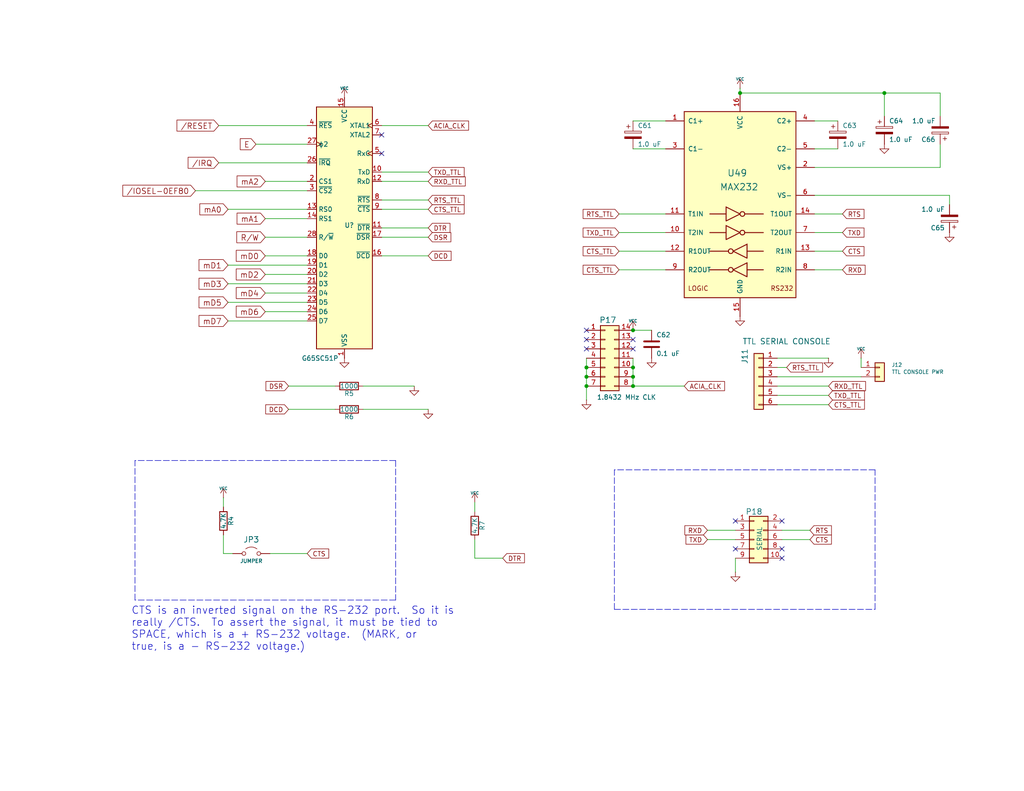
<source format=kicad_sch>
(kicad_sch
	(version 20250114)
	(generator "eeschema")
	(generator_version "9.0")
	(uuid "2aa704ac-945f-4dfd-b62e-8cebd5e869df")
	(paper "A")
	(title_block
		(title "6502PC")
		(date "2025-12-21")
		(rev "002")
		(comment 1 "https://github.com/danwerner21/6502PC")
		(comment 2 "Based on work by Andrew Lynch and John Coffman")
	)
	(lib_symbols
		(symbol "65xx-library:W65C51NxP"
			(exclude_from_sim no)
			(in_bom yes)
			(on_board yes)
			(property "Reference" "U"
				(at 2.54 38.1 0)
				(effects
					(font
						(size 1.27 1.27)
					)
					(justify left)
				)
			)
			(property "Value" "W65C51NxP"
				(at 2.54 35.56 0)
				(effects
					(font
						(size 1.27 1.27)
					)
					(justify left)
				)
			)
			(property "Footprint" "Package_DIP:DIP-28_W15.24mm"
				(at 0 48.26 0)
				(effects
					(font
						(size 1.27 1.27)
					)
					(hide yes)
				)
			)
			(property "Datasheet" "http://www.westerndesigncenter.com/wdc/documentation/w65c51n.pdf"
				(at 0 45.72 0)
				(effects
					(font
						(size 1.27 1.27)
					)
					(hide yes)
				)
			)
			(property "Description" "CMOS Asynchronous Communication Interface Adapter (ACIA), Serial UART, DIP-28"
				(at 0 0 0)
				(effects
					(font
						(size 1.27 1.27)
					)
					(hide yes)
				)
			)
			(property "ki_keywords" "6551 65C51 ACIA UART"
				(at 0 0 0)
				(effects
					(font
						(size 1.27 1.27)
					)
					(hide yes)
				)
			)
			(property "ki_fp_filters" "DIP*W15.24mm*"
				(at 0 0 0)
				(effects
					(font
						(size 1.27 1.27)
					)
					(hide yes)
				)
			)
			(symbol "W65C51NxP_0_1"
				(rectangle
					(start -7.62 33.02)
					(end 7.62 -33.02)
					(stroke
						(width 0.254)
						(type default)
					)
					(fill
						(type background)
					)
				)
			)
			(symbol "W65C51NxP_1_1"
				(pin input line
					(at -10.16 27.94 0)
					(length 2.54)
					(name "~{RES}"
						(effects
							(font
								(size 1.27 1.27)
							)
						)
					)
					(number "4"
						(effects
							(font
								(size 1.27 1.27)
							)
						)
					)
				)
				(pin input clock
					(at -10.16 22.86 0)
					(length 2.54)
					(name "ϕ2"
						(effects
							(font
								(size 1.27 1.27)
							)
						)
					)
					(number "27"
						(effects
							(font
								(size 1.27 1.27)
							)
						)
					)
				)
				(pin open_collector line
					(at -10.16 17.78 0)
					(length 2.54)
					(name "~{IRQ}"
						(effects
							(font
								(size 1.27 1.27)
							)
						)
					)
					(number "26"
						(effects
							(font
								(size 1.27 1.27)
							)
						)
					)
				)
				(pin input line
					(at -10.16 12.7 0)
					(length 2.54)
					(name "CS1"
						(effects
							(font
								(size 1.27 1.27)
							)
						)
					)
					(number "2"
						(effects
							(font
								(size 1.27 1.27)
							)
						)
					)
				)
				(pin input line
					(at -10.16 10.16 0)
					(length 2.54)
					(name "~{CS2}"
						(effects
							(font
								(size 1.27 1.27)
							)
						)
					)
					(number "3"
						(effects
							(font
								(size 1.27 1.27)
							)
						)
					)
				)
				(pin input line
					(at -10.16 5.08 0)
					(length 2.54)
					(name "RS0"
						(effects
							(font
								(size 1.27 1.27)
							)
						)
					)
					(number "13"
						(effects
							(font
								(size 1.27 1.27)
							)
						)
					)
				)
				(pin input line
					(at -10.16 2.54 0)
					(length 2.54)
					(name "RS1"
						(effects
							(font
								(size 1.27 1.27)
							)
						)
					)
					(number "14"
						(effects
							(font
								(size 1.27 1.27)
							)
						)
					)
				)
				(pin input line
					(at -10.16 -2.54 0)
					(length 2.54)
					(name "R/~{W}"
						(effects
							(font
								(size 1.27 1.27)
							)
						)
					)
					(number "28"
						(effects
							(font
								(size 1.27 1.27)
							)
						)
					)
				)
				(pin bidirectional line
					(at -10.16 -7.62 0)
					(length 2.54)
					(name "D0"
						(effects
							(font
								(size 1.27 1.27)
							)
						)
					)
					(number "18"
						(effects
							(font
								(size 1.27 1.27)
							)
						)
					)
				)
				(pin bidirectional line
					(at -10.16 -10.16 0)
					(length 2.54)
					(name "D1"
						(effects
							(font
								(size 1.27 1.27)
							)
						)
					)
					(number "19"
						(effects
							(font
								(size 1.27 1.27)
							)
						)
					)
				)
				(pin bidirectional line
					(at -10.16 -12.7 0)
					(length 2.54)
					(name "D2"
						(effects
							(font
								(size 1.27 1.27)
							)
						)
					)
					(number "20"
						(effects
							(font
								(size 1.27 1.27)
							)
						)
					)
				)
				(pin bidirectional line
					(at -10.16 -15.24 0)
					(length 2.54)
					(name "D3"
						(effects
							(font
								(size 1.27 1.27)
							)
						)
					)
					(number "21"
						(effects
							(font
								(size 1.27 1.27)
							)
						)
					)
				)
				(pin bidirectional line
					(at -10.16 -17.78 0)
					(length 2.54)
					(name "D4"
						(effects
							(font
								(size 1.27 1.27)
							)
						)
					)
					(number "22"
						(effects
							(font
								(size 1.27 1.27)
							)
						)
					)
				)
				(pin bidirectional line
					(at -10.16 -20.32 0)
					(length 2.54)
					(name "D5"
						(effects
							(font
								(size 1.27 1.27)
							)
						)
					)
					(number "23"
						(effects
							(font
								(size 1.27 1.27)
							)
						)
					)
				)
				(pin bidirectional line
					(at -10.16 -22.86 0)
					(length 2.54)
					(name "D6"
						(effects
							(font
								(size 1.27 1.27)
							)
						)
					)
					(number "24"
						(effects
							(font
								(size 1.27 1.27)
							)
						)
					)
				)
				(pin bidirectional line
					(at -10.16 -25.4 0)
					(length 2.54)
					(name "D7"
						(effects
							(font
								(size 1.27 1.27)
							)
						)
					)
					(number "25"
						(effects
							(font
								(size 1.27 1.27)
							)
						)
					)
				)
				(pin power_in line
					(at 0 35.56 270)
					(length 2.54)
					(name "VCC"
						(effects
							(font
								(size 1.27 1.27)
							)
						)
					)
					(number "15"
						(effects
							(font
								(size 1.27 1.27)
							)
						)
					)
				)
				(pin power_in line
					(at 0 -35.56 90)
					(length 2.54)
					(name "VSS"
						(effects
							(font
								(size 1.27 1.27)
							)
						)
					)
					(number "1"
						(effects
							(font
								(size 1.27 1.27)
							)
						)
					)
				)
				(pin input clock
					(at 10.16 27.94 180)
					(length 2.54)
					(name "XTAL1"
						(effects
							(font
								(size 1.27 1.27)
							)
						)
					)
					(number "6"
						(effects
							(font
								(size 1.27 1.27)
							)
						)
					)
				)
				(pin output line
					(at 10.16 25.4 180)
					(length 2.54)
					(name "XTAL2"
						(effects
							(font
								(size 1.27 1.27)
							)
						)
					)
					(number "7"
						(effects
							(font
								(size 1.27 1.27)
							)
						)
					)
				)
				(pin bidirectional clock
					(at 10.16 20.32 180)
					(length 2.54)
					(name "RxC"
						(effects
							(font
								(size 1.27 1.27)
							)
						)
					)
					(number "5"
						(effects
							(font
								(size 1.27 1.27)
							)
						)
					)
				)
				(pin output line
					(at 10.16 15.24 180)
					(length 2.54)
					(name "TxD"
						(effects
							(font
								(size 1.27 1.27)
							)
						)
					)
					(number "10"
						(effects
							(font
								(size 1.27 1.27)
							)
						)
					)
				)
				(pin input line
					(at 10.16 12.7 180)
					(length 2.54)
					(name "RxD"
						(effects
							(font
								(size 1.27 1.27)
							)
						)
					)
					(number "12"
						(effects
							(font
								(size 1.27 1.27)
							)
						)
					)
				)
				(pin output line
					(at 10.16 7.62 180)
					(length 2.54)
					(name "~{RTS}"
						(effects
							(font
								(size 1.27 1.27)
							)
						)
					)
					(number "8"
						(effects
							(font
								(size 1.27 1.27)
							)
						)
					)
				)
				(pin input line
					(at 10.16 5.08 180)
					(length 2.54)
					(name "~{CTS}"
						(effects
							(font
								(size 1.27 1.27)
							)
						)
					)
					(number "9"
						(effects
							(font
								(size 1.27 1.27)
							)
						)
					)
				)
				(pin output line
					(at 10.16 0 180)
					(length 2.54)
					(name "~{DTR}"
						(effects
							(font
								(size 1.27 1.27)
							)
						)
					)
					(number "11"
						(effects
							(font
								(size 1.27 1.27)
							)
						)
					)
				)
				(pin input line
					(at 10.16 -2.54 180)
					(length 2.54)
					(name "~{DSR}"
						(effects
							(font
								(size 1.27 1.27)
							)
						)
					)
					(number "17"
						(effects
							(font
								(size 1.27 1.27)
							)
						)
					)
				)
				(pin input line
					(at 10.16 -7.62 180)
					(length 2.54)
					(name "~{DCD}"
						(effects
							(font
								(size 1.27 1.27)
							)
						)
					)
					(number "16"
						(effects
							(font
								(size 1.27 1.27)
							)
						)
					)
				)
			)
			(embedded_fonts no)
		)
		(symbol "Connector_Generic:Conn_01x02"
			(pin_names
				(offset 1.016)
				(hide yes)
			)
			(exclude_from_sim no)
			(in_bom yes)
			(on_board yes)
			(property "Reference" "J"
				(at 0 2.54 0)
				(effects
					(font
						(size 1.27 1.27)
					)
				)
			)
			(property "Value" "Conn_01x02"
				(at 0 -5.08 0)
				(effects
					(font
						(size 1.27 1.27)
					)
				)
			)
			(property "Footprint" ""
				(at 0 0 0)
				(effects
					(font
						(size 1.27 1.27)
					)
					(hide yes)
				)
			)
			(property "Datasheet" "~"
				(at 0 0 0)
				(effects
					(font
						(size 1.27 1.27)
					)
					(hide yes)
				)
			)
			(property "Description" "Generic connector, single row, 01x02, script generated (kicad-library-utils/schlib/autogen/connector/)"
				(at 0 0 0)
				(effects
					(font
						(size 1.27 1.27)
					)
					(hide yes)
				)
			)
			(property "ki_keywords" "connector"
				(at 0 0 0)
				(effects
					(font
						(size 1.27 1.27)
					)
					(hide yes)
				)
			)
			(property "ki_fp_filters" "Connector*:*_1x??_*"
				(at 0 0 0)
				(effects
					(font
						(size 1.27 1.27)
					)
					(hide yes)
				)
			)
			(symbol "Conn_01x02_1_1"
				(rectangle
					(start -1.27 1.27)
					(end 1.27 -3.81)
					(stroke
						(width 0.254)
						(type default)
					)
					(fill
						(type background)
					)
				)
				(rectangle
					(start -1.27 0.127)
					(end 0 -0.127)
					(stroke
						(width 0.1524)
						(type default)
					)
					(fill
						(type none)
					)
				)
				(rectangle
					(start -1.27 -2.413)
					(end 0 -2.667)
					(stroke
						(width 0.1524)
						(type default)
					)
					(fill
						(type none)
					)
				)
				(pin passive line
					(at -5.08 0 0)
					(length 3.81)
					(name "Pin_1"
						(effects
							(font
								(size 1.27 1.27)
							)
						)
					)
					(number "1"
						(effects
							(font
								(size 1.27 1.27)
							)
						)
					)
				)
				(pin passive line
					(at -5.08 -2.54 0)
					(length 3.81)
					(name "Pin_2"
						(effects
							(font
								(size 1.27 1.27)
							)
						)
					)
					(number "2"
						(effects
							(font
								(size 1.27 1.27)
							)
						)
					)
				)
			)
			(embedded_fonts no)
		)
		(symbol "Connector_Generic:Conn_01x06"
			(pin_names
				(offset 1.016)
				(hide yes)
			)
			(exclude_from_sim no)
			(in_bom yes)
			(on_board yes)
			(property "Reference" "J"
				(at 0 7.62 0)
				(effects
					(font
						(size 1.27 1.27)
					)
				)
			)
			(property "Value" "Conn_01x06"
				(at 0 -10.16 0)
				(effects
					(font
						(size 1.27 1.27)
					)
				)
			)
			(property "Footprint" ""
				(at 0 0 0)
				(effects
					(font
						(size 1.27 1.27)
					)
					(hide yes)
				)
			)
			(property "Datasheet" "~"
				(at 0 0 0)
				(effects
					(font
						(size 1.27 1.27)
					)
					(hide yes)
				)
			)
			(property "Description" "Generic connector, single row, 01x06, script generated (kicad-library-utils/schlib/autogen/connector/)"
				(at 0 0 0)
				(effects
					(font
						(size 1.27 1.27)
					)
					(hide yes)
				)
			)
			(property "ki_keywords" "connector"
				(at 0 0 0)
				(effects
					(font
						(size 1.27 1.27)
					)
					(hide yes)
				)
			)
			(property "ki_fp_filters" "Connector*:*_1x??_*"
				(at 0 0 0)
				(effects
					(font
						(size 1.27 1.27)
					)
					(hide yes)
				)
			)
			(symbol "Conn_01x06_1_1"
				(rectangle
					(start -1.27 6.35)
					(end 1.27 -8.89)
					(stroke
						(width 0.254)
						(type default)
					)
					(fill
						(type background)
					)
				)
				(rectangle
					(start -1.27 5.207)
					(end 0 4.953)
					(stroke
						(width 0.1524)
						(type default)
					)
					(fill
						(type none)
					)
				)
				(rectangle
					(start -1.27 2.667)
					(end 0 2.413)
					(stroke
						(width 0.1524)
						(type default)
					)
					(fill
						(type none)
					)
				)
				(rectangle
					(start -1.27 0.127)
					(end 0 -0.127)
					(stroke
						(width 0.1524)
						(type default)
					)
					(fill
						(type none)
					)
				)
				(rectangle
					(start -1.27 -2.413)
					(end 0 -2.667)
					(stroke
						(width 0.1524)
						(type default)
					)
					(fill
						(type none)
					)
				)
				(rectangle
					(start -1.27 -4.953)
					(end 0 -5.207)
					(stroke
						(width 0.1524)
						(type default)
					)
					(fill
						(type none)
					)
				)
				(rectangle
					(start -1.27 -7.493)
					(end 0 -7.747)
					(stroke
						(width 0.1524)
						(type default)
					)
					(fill
						(type none)
					)
				)
				(pin passive line
					(at -5.08 5.08 0)
					(length 3.81)
					(name "Pin_1"
						(effects
							(font
								(size 1.27 1.27)
							)
						)
					)
					(number "1"
						(effects
							(font
								(size 1.27 1.27)
							)
						)
					)
				)
				(pin passive line
					(at -5.08 2.54 0)
					(length 3.81)
					(name "Pin_2"
						(effects
							(font
								(size 1.27 1.27)
							)
						)
					)
					(number "2"
						(effects
							(font
								(size 1.27 1.27)
							)
						)
					)
				)
				(pin passive line
					(at -5.08 0 0)
					(length 3.81)
					(name "Pin_3"
						(effects
							(font
								(size 1.27 1.27)
							)
						)
					)
					(number "3"
						(effects
							(font
								(size 1.27 1.27)
							)
						)
					)
				)
				(pin passive line
					(at -5.08 -2.54 0)
					(length 3.81)
					(name "Pin_4"
						(effects
							(font
								(size 1.27 1.27)
							)
						)
					)
					(number "4"
						(effects
							(font
								(size 1.27 1.27)
							)
						)
					)
				)
				(pin passive line
					(at -5.08 -5.08 0)
					(length 3.81)
					(name "Pin_5"
						(effects
							(font
								(size 1.27 1.27)
							)
						)
					)
					(number "5"
						(effects
							(font
								(size 1.27 1.27)
							)
						)
					)
				)
				(pin passive line
					(at -5.08 -7.62 0)
					(length 3.81)
					(name "Pin_6"
						(effects
							(font
								(size 1.27 1.27)
							)
						)
					)
					(number "6"
						(effects
							(font
								(size 1.27 1.27)
							)
						)
					)
				)
			)
			(embedded_fonts no)
		)
		(symbol "Connector_Generic:Conn_02x05_Odd_Even"
			(pin_names
				(offset 1.016)
				(hide yes)
			)
			(exclude_from_sim no)
			(in_bom yes)
			(on_board yes)
			(property "Reference" "J"
				(at 1.27 7.62 0)
				(effects
					(font
						(size 1.27 1.27)
					)
				)
			)
			(property "Value" "Conn_02x05_Odd_Even"
				(at 1.27 -7.62 0)
				(effects
					(font
						(size 1.27 1.27)
					)
				)
			)
			(property "Footprint" ""
				(at 0 0 0)
				(effects
					(font
						(size 1.27 1.27)
					)
					(hide yes)
				)
			)
			(property "Datasheet" "~"
				(at 0 0 0)
				(effects
					(font
						(size 1.27 1.27)
					)
					(hide yes)
				)
			)
			(property "Description" "Generic connector, double row, 02x05, odd/even pin numbering scheme (row 1 odd numbers, row 2 even numbers), script generated (kicad-library-utils/schlib/autogen/connector/)"
				(at 0 0 0)
				(effects
					(font
						(size 1.27 1.27)
					)
					(hide yes)
				)
			)
			(property "ki_keywords" "connector"
				(at 0 0 0)
				(effects
					(font
						(size 1.27 1.27)
					)
					(hide yes)
				)
			)
			(property "ki_fp_filters" "Connector*:*_2x??_*"
				(at 0 0 0)
				(effects
					(font
						(size 1.27 1.27)
					)
					(hide yes)
				)
			)
			(symbol "Conn_02x05_Odd_Even_1_1"
				(rectangle
					(start -1.27 6.35)
					(end 3.81 -6.35)
					(stroke
						(width 0.254)
						(type default)
					)
					(fill
						(type background)
					)
				)
				(rectangle
					(start -1.27 5.207)
					(end 0 4.953)
					(stroke
						(width 0.1524)
						(type default)
					)
					(fill
						(type none)
					)
				)
				(rectangle
					(start -1.27 2.667)
					(end 0 2.413)
					(stroke
						(width 0.1524)
						(type default)
					)
					(fill
						(type none)
					)
				)
				(rectangle
					(start -1.27 0.127)
					(end 0 -0.127)
					(stroke
						(width 0.1524)
						(type default)
					)
					(fill
						(type none)
					)
				)
				(rectangle
					(start -1.27 -2.413)
					(end 0 -2.667)
					(stroke
						(width 0.1524)
						(type default)
					)
					(fill
						(type none)
					)
				)
				(rectangle
					(start -1.27 -4.953)
					(end 0 -5.207)
					(stroke
						(width 0.1524)
						(type default)
					)
					(fill
						(type none)
					)
				)
				(rectangle
					(start 3.81 5.207)
					(end 2.54 4.953)
					(stroke
						(width 0.1524)
						(type default)
					)
					(fill
						(type none)
					)
				)
				(rectangle
					(start 3.81 2.667)
					(end 2.54 2.413)
					(stroke
						(width 0.1524)
						(type default)
					)
					(fill
						(type none)
					)
				)
				(rectangle
					(start 3.81 0.127)
					(end 2.54 -0.127)
					(stroke
						(width 0.1524)
						(type default)
					)
					(fill
						(type none)
					)
				)
				(rectangle
					(start 3.81 -2.413)
					(end 2.54 -2.667)
					(stroke
						(width 0.1524)
						(type default)
					)
					(fill
						(type none)
					)
				)
				(rectangle
					(start 3.81 -4.953)
					(end 2.54 -5.207)
					(stroke
						(width 0.1524)
						(type default)
					)
					(fill
						(type none)
					)
				)
				(pin passive line
					(at -5.08 5.08 0)
					(length 3.81)
					(name "Pin_1"
						(effects
							(font
								(size 1.27 1.27)
							)
						)
					)
					(number "1"
						(effects
							(font
								(size 1.27 1.27)
							)
						)
					)
				)
				(pin passive line
					(at -5.08 2.54 0)
					(length 3.81)
					(name "Pin_3"
						(effects
							(font
								(size 1.27 1.27)
							)
						)
					)
					(number "3"
						(effects
							(font
								(size 1.27 1.27)
							)
						)
					)
				)
				(pin passive line
					(at -5.08 0 0)
					(length 3.81)
					(name "Pin_5"
						(effects
							(font
								(size 1.27 1.27)
							)
						)
					)
					(number "5"
						(effects
							(font
								(size 1.27 1.27)
							)
						)
					)
				)
				(pin passive line
					(at -5.08 -2.54 0)
					(length 3.81)
					(name "Pin_7"
						(effects
							(font
								(size 1.27 1.27)
							)
						)
					)
					(number "7"
						(effects
							(font
								(size 1.27 1.27)
							)
						)
					)
				)
				(pin passive line
					(at -5.08 -5.08 0)
					(length 3.81)
					(name "Pin_9"
						(effects
							(font
								(size 1.27 1.27)
							)
						)
					)
					(number "9"
						(effects
							(font
								(size 1.27 1.27)
							)
						)
					)
				)
				(pin passive line
					(at 7.62 5.08 180)
					(length 3.81)
					(name "Pin_2"
						(effects
							(font
								(size 1.27 1.27)
							)
						)
					)
					(number "2"
						(effects
							(font
								(size 1.27 1.27)
							)
						)
					)
				)
				(pin passive line
					(at 7.62 2.54 180)
					(length 3.81)
					(name "Pin_4"
						(effects
							(font
								(size 1.27 1.27)
							)
						)
					)
					(number "4"
						(effects
							(font
								(size 1.27 1.27)
							)
						)
					)
				)
				(pin passive line
					(at 7.62 0 180)
					(length 3.81)
					(name "Pin_6"
						(effects
							(font
								(size 1.27 1.27)
							)
						)
					)
					(number "6"
						(effects
							(font
								(size 1.27 1.27)
							)
						)
					)
				)
				(pin passive line
					(at 7.62 -2.54 180)
					(length 3.81)
					(name "Pin_8"
						(effects
							(font
								(size 1.27 1.27)
							)
						)
					)
					(number "8"
						(effects
							(font
								(size 1.27 1.27)
							)
						)
					)
				)
				(pin passive line
					(at 7.62 -5.08 180)
					(length 3.81)
					(name "Pin_10"
						(effects
							(font
								(size 1.27 1.27)
							)
						)
					)
					(number "10"
						(effects
							(font
								(size 1.27 1.27)
							)
						)
					)
				)
			)
			(embedded_fonts no)
		)
		(symbol "Custom:CLK"
			(exclude_from_sim no)
			(in_bom yes)
			(on_board yes)
			(property "Reference" "U"
				(at 0 0 0)
				(effects
					(font
						(size 1.27 1.27)
					)
				)
			)
			(property "Value" ""
				(at 0 0 0)
				(effects
					(font
						(size 1.27 1.27)
					)
				)
			)
			(property "Footprint" ""
				(at 0 0 0)
				(effects
					(font
						(size 1.27 1.27)
					)
					(hide yes)
				)
			)
			(property "Datasheet" ""
				(at 0 0 0)
				(effects
					(font
						(size 1.27 1.27)
					)
					(hide yes)
				)
			)
			(property "Description" ""
				(at 0 0 0)
				(effects
					(font
						(size 1.27 1.27)
					)
					(hide yes)
				)
			)
			(symbol "CLK_1_1"
				(rectangle
					(start -2.54 -1.27)
					(end 2.54 -19.05)
					(stroke
						(width 0.254)
						(type default)
					)
					(fill
						(type background)
					)
				)
				(rectangle
					(start -2.54 -2.413)
					(end -1.27 -2.667)
					(stroke
						(width 0.1524)
						(type default)
					)
					(fill
						(type none)
					)
				)
				(rectangle
					(start -2.54 -4.953)
					(end -1.27 -5.207)
					(stroke
						(width 0.1524)
						(type default)
					)
					(fill
						(type none)
					)
				)
				(rectangle
					(start -2.54 -7.493)
					(end -1.27 -7.747)
					(stroke
						(width 0.1524)
						(type default)
					)
					(fill
						(type none)
					)
				)
				(rectangle
					(start -2.54 -10.033)
					(end -1.27 -10.287)
					(stroke
						(width 0.1524)
						(type default)
					)
					(fill
						(type none)
					)
				)
				(rectangle
					(start -2.54 -12.573)
					(end -1.27 -12.827)
					(stroke
						(width 0.1524)
						(type default)
					)
					(fill
						(type none)
					)
				)
				(rectangle
					(start -2.54 -15.113)
					(end -1.27 -15.367)
					(stroke
						(width 0.1524)
						(type default)
					)
					(fill
						(type none)
					)
				)
				(rectangle
					(start -2.54 -17.653)
					(end -1.27 -17.907)
					(stroke
						(width 0.1524)
						(type default)
					)
					(fill
						(type none)
					)
				)
				(rectangle
					(start 2.54 -2.413)
					(end 1.27 -2.667)
					(stroke
						(width 0.1524)
						(type default)
					)
					(fill
						(type none)
					)
				)
				(rectangle
					(start 2.54 -4.953)
					(end 1.27 -5.207)
					(stroke
						(width 0.1524)
						(type default)
					)
					(fill
						(type none)
					)
				)
				(rectangle
					(start 2.54 -7.493)
					(end 1.27 -7.747)
					(stroke
						(width 0.1524)
						(type default)
					)
					(fill
						(type none)
					)
				)
				(rectangle
					(start 2.54 -10.033)
					(end 1.27 -10.287)
					(stroke
						(width 0.1524)
						(type default)
					)
					(fill
						(type none)
					)
				)
				(rectangle
					(start 2.54 -12.573)
					(end 1.27 -12.827)
					(stroke
						(width 0.1524)
						(type default)
					)
					(fill
						(type none)
					)
				)
				(rectangle
					(start 2.54 -15.113)
					(end 1.27 -15.367)
					(stroke
						(width 0.1524)
						(type default)
					)
					(fill
						(type none)
					)
				)
				(rectangle
					(start 2.54 -17.653)
					(end 1.27 -17.907)
					(stroke
						(width 0.1524)
						(type default)
					)
					(fill
						(type none)
					)
				)
				(pin passive line
					(at -6.35 -2.54 0)
					(length 3.81)
					(name ""
						(effects
							(font
								(size 1.27 1.27)
							)
						)
					)
					(number "1"
						(effects
							(font
								(size 1.27 1.27)
							)
						)
					)
				)
				(pin passive line
					(at -6.35 -5.08 0)
					(length 3.81)
					(name ""
						(effects
							(font
								(size 1.27 1.27)
							)
						)
					)
					(number "2"
						(effects
							(font
								(size 1.27 1.27)
							)
						)
					)
				)
				(pin passive line
					(at -6.35 -7.62 0)
					(length 3.81)
					(name ""
						(effects
							(font
								(size 1.27 1.27)
							)
						)
					)
					(number "3"
						(effects
							(font
								(size 1.27 1.27)
							)
						)
					)
				)
				(pin passive line
					(at -6.35 -10.16 0)
					(length 3.81)
					(name ""
						(effects
							(font
								(size 1.27 1.27)
							)
						)
					)
					(number "4"
						(effects
							(font
								(size 1.27 1.27)
							)
						)
					)
				)
				(pin passive line
					(at -6.35 -12.7 0)
					(length 3.81)
					(name ""
						(effects
							(font
								(size 1.27 1.27)
							)
						)
					)
					(number "5"
						(effects
							(font
								(size 1.27 1.27)
							)
						)
					)
				)
				(pin passive line
					(at -6.35 -15.24 0)
					(length 3.81)
					(name ""
						(effects
							(font
								(size 1.27 1.27)
							)
						)
					)
					(number "6"
						(effects
							(font
								(size 1.27 1.27)
							)
						)
					)
				)
				(pin passive line
					(at -6.35 -17.78 0)
					(length 3.81)
					(name ""
						(effects
							(font
								(size 1.27 1.27)
							)
						)
					)
					(number "7"
						(effects
							(font
								(size 1.27 1.27)
							)
						)
					)
				)
				(pin passive line
					(at 6.35 -2.54 180)
					(length 3.81)
					(name ""
						(effects
							(font
								(size 1.27 1.27)
							)
						)
					)
					(number "14"
						(effects
							(font
								(size 1.27 1.27)
							)
						)
					)
				)
				(pin passive line
					(at 6.35 -5.08 180)
					(length 3.81)
					(name ""
						(effects
							(font
								(size 1.27 1.27)
							)
						)
					)
					(number "13"
						(effects
							(font
								(size 1.27 1.27)
							)
						)
					)
				)
				(pin passive line
					(at 6.35 -7.62 180)
					(length 3.81)
					(name ""
						(effects
							(font
								(size 1.27 1.27)
							)
						)
					)
					(number "12"
						(effects
							(font
								(size 1.27 1.27)
							)
						)
					)
				)
				(pin passive line
					(at 6.35 -10.16 180)
					(length 3.81)
					(name ""
						(effects
							(font
								(size 1.27 1.27)
							)
						)
					)
					(number "11"
						(effects
							(font
								(size 1.27 1.27)
							)
						)
					)
				)
				(pin passive line
					(at 6.35 -12.7 180)
					(length 3.81)
					(name ""
						(effects
							(font
								(size 1.27 1.27)
							)
						)
					)
					(number "10"
						(effects
							(font
								(size 1.27 1.27)
							)
						)
					)
				)
				(pin passive line
					(at 6.35 -15.24 180)
					(length 3.81)
					(name ""
						(effects
							(font
								(size 1.27 1.27)
							)
						)
					)
					(number "9"
						(effects
							(font
								(size 1.27 1.27)
							)
						)
					)
				)
				(pin passive line
					(at 6.35 -17.78 180)
					(length 3.81)
					(name ""
						(effects
							(font
								(size 1.27 1.27)
							)
						)
					)
					(number "8"
						(effects
							(font
								(size 1.27 1.27)
							)
						)
					)
				)
			)
			(embedded_fonts no)
		)
		(symbol "Device:C"
			(pin_numbers
				(hide yes)
			)
			(pin_names
				(offset 0.254)
			)
			(exclude_from_sim no)
			(in_bom yes)
			(on_board yes)
			(property "Reference" "C"
				(at 0.635 2.54 0)
				(effects
					(font
						(size 1.27 1.27)
					)
					(justify left)
				)
			)
			(property "Value" "C"
				(at 0.635 -2.54 0)
				(effects
					(font
						(size 1.27 1.27)
					)
					(justify left)
				)
			)
			(property "Footprint" ""
				(at 0.9652 -3.81 0)
				(effects
					(font
						(size 1.27 1.27)
					)
					(hide yes)
				)
			)
			(property "Datasheet" "~"
				(at 0 0 0)
				(effects
					(font
						(size 1.27 1.27)
					)
					(hide yes)
				)
			)
			(property "Description" "Unpolarized capacitor"
				(at 0 0 0)
				(effects
					(font
						(size 1.27 1.27)
					)
					(hide yes)
				)
			)
			(property "ki_keywords" "cap capacitor"
				(at 0 0 0)
				(effects
					(font
						(size 1.27 1.27)
					)
					(hide yes)
				)
			)
			(property "ki_fp_filters" "C_*"
				(at 0 0 0)
				(effects
					(font
						(size 1.27 1.27)
					)
					(hide yes)
				)
			)
			(symbol "C_0_1"
				(polyline
					(pts
						(xy -2.032 0.762) (xy 2.032 0.762)
					)
					(stroke
						(width 0.508)
						(type default)
					)
					(fill
						(type none)
					)
				)
				(polyline
					(pts
						(xy -2.032 -0.762) (xy 2.032 -0.762)
					)
					(stroke
						(width 0.508)
						(type default)
					)
					(fill
						(type none)
					)
				)
			)
			(symbol "C_1_1"
				(pin passive line
					(at 0 3.81 270)
					(length 2.794)
					(name "~"
						(effects
							(font
								(size 1.27 1.27)
							)
						)
					)
					(number "1"
						(effects
							(font
								(size 1.27 1.27)
							)
						)
					)
				)
				(pin passive line
					(at 0 -3.81 90)
					(length 2.794)
					(name "~"
						(effects
							(font
								(size 1.27 1.27)
							)
						)
					)
					(number "2"
						(effects
							(font
								(size 1.27 1.27)
							)
						)
					)
				)
			)
			(embedded_fonts no)
		)
		(symbol "Device:C_Polarized"
			(pin_numbers
				(hide yes)
			)
			(pin_names
				(offset 0.254)
			)
			(exclude_from_sim no)
			(in_bom yes)
			(on_board yes)
			(property "Reference" "C"
				(at 0.635 2.54 0)
				(effects
					(font
						(size 1.27 1.27)
					)
					(justify left)
				)
			)
			(property "Value" "C_Polarized"
				(at 0.635 -2.54 0)
				(effects
					(font
						(size 1.27 1.27)
					)
					(justify left)
				)
			)
			(property "Footprint" ""
				(at 0.9652 -3.81 0)
				(effects
					(font
						(size 1.27 1.27)
					)
					(hide yes)
				)
			)
			(property "Datasheet" "~"
				(at 0 0 0)
				(effects
					(font
						(size 1.27 1.27)
					)
					(hide yes)
				)
			)
			(property "Description" "Polarized capacitor"
				(at 0 0 0)
				(effects
					(font
						(size 1.27 1.27)
					)
					(hide yes)
				)
			)
			(property "ki_keywords" "cap capacitor"
				(at 0 0 0)
				(effects
					(font
						(size 1.27 1.27)
					)
					(hide yes)
				)
			)
			(property "ki_fp_filters" "CP_*"
				(at 0 0 0)
				(effects
					(font
						(size 1.27 1.27)
					)
					(hide yes)
				)
			)
			(symbol "C_Polarized_0_1"
				(rectangle
					(start -2.286 0.508)
					(end 2.286 1.016)
					(stroke
						(width 0)
						(type default)
					)
					(fill
						(type none)
					)
				)
				(polyline
					(pts
						(xy -1.778 2.286) (xy -0.762 2.286)
					)
					(stroke
						(width 0)
						(type default)
					)
					(fill
						(type none)
					)
				)
				(polyline
					(pts
						(xy -1.27 2.794) (xy -1.27 1.778)
					)
					(stroke
						(width 0)
						(type default)
					)
					(fill
						(type none)
					)
				)
				(rectangle
					(start 2.286 -0.508)
					(end -2.286 -1.016)
					(stroke
						(width 0)
						(type default)
					)
					(fill
						(type outline)
					)
				)
			)
			(symbol "C_Polarized_1_1"
				(pin passive line
					(at 0 3.81 270)
					(length 2.794)
					(name "~"
						(effects
							(font
								(size 1.27 1.27)
							)
						)
					)
					(number "1"
						(effects
							(font
								(size 1.27 1.27)
							)
						)
					)
				)
				(pin passive line
					(at 0 -3.81 90)
					(length 2.794)
					(name "~"
						(effects
							(font
								(size 1.27 1.27)
							)
						)
					)
					(number "2"
						(effects
							(font
								(size 1.27 1.27)
							)
						)
					)
				)
			)
			(embedded_fonts no)
		)
		(symbol "Device:R"
			(pin_numbers
				(hide yes)
			)
			(pin_names
				(offset 0)
			)
			(exclude_from_sim no)
			(in_bom yes)
			(on_board yes)
			(property "Reference" "R"
				(at 2.032 0 90)
				(effects
					(font
						(size 1.27 1.27)
					)
				)
			)
			(property "Value" "R"
				(at 0 0 90)
				(effects
					(font
						(size 1.27 1.27)
					)
				)
			)
			(property "Footprint" ""
				(at -1.778 0 90)
				(effects
					(font
						(size 1.27 1.27)
					)
					(hide yes)
				)
			)
			(property "Datasheet" "~"
				(at 0 0 0)
				(effects
					(font
						(size 1.27 1.27)
					)
					(hide yes)
				)
			)
			(property "Description" "Resistor"
				(at 0 0 0)
				(effects
					(font
						(size 1.27 1.27)
					)
					(hide yes)
				)
			)
			(property "ki_keywords" "R res resistor"
				(at 0 0 0)
				(effects
					(font
						(size 1.27 1.27)
					)
					(hide yes)
				)
			)
			(property "ki_fp_filters" "R_*"
				(at 0 0 0)
				(effects
					(font
						(size 1.27 1.27)
					)
					(hide yes)
				)
			)
			(symbol "R_0_1"
				(rectangle
					(start -1.016 -2.54)
					(end 1.016 2.54)
					(stroke
						(width 0.254)
						(type default)
					)
					(fill
						(type none)
					)
				)
			)
			(symbol "R_1_1"
				(pin passive line
					(at 0 3.81 270)
					(length 1.27)
					(name "~"
						(effects
							(font
								(size 1.27 1.27)
							)
						)
					)
					(number "1"
						(effects
							(font
								(size 1.27 1.27)
							)
						)
					)
				)
				(pin passive line
					(at 0 -3.81 90)
					(length 1.27)
					(name "~"
						(effects
							(font
								(size 1.27 1.27)
							)
						)
					)
					(number "2"
						(effects
							(font
								(size 1.27 1.27)
							)
						)
					)
				)
			)
			(embedded_fonts no)
		)
		(symbol "Interface_UART:MAX232"
			(pin_names
				(offset 1.016)
			)
			(exclude_from_sim no)
			(in_bom yes)
			(on_board yes)
			(property "Reference" "U"
				(at -2.54 28.575 0)
				(effects
					(font
						(size 1.27 1.27)
					)
					(justify right)
				)
			)
			(property "Value" "MAX232"
				(at -2.54 26.67 0)
				(effects
					(font
						(size 1.27 1.27)
					)
					(justify right)
				)
			)
			(property "Footprint" ""
				(at 1.27 -26.67 0)
				(effects
					(font
						(size 1.27 1.27)
					)
					(justify left)
					(hide yes)
				)
			)
			(property "Datasheet" "http://www.ti.com/lit/ds/symlink/max232.pdf"
				(at 0 2.54 0)
				(effects
					(font
						(size 1.27 1.27)
					)
					(hide yes)
				)
			)
			(property "Description" "Dual RS232 driver/receiver, 5V supply, 120kb/s, 0C-70C"
				(at 0 0 0)
				(effects
					(font
						(size 1.27 1.27)
					)
					(hide yes)
				)
			)
			(property "ki_keywords" "rs232 uart transceiver line-driver"
				(at 0 0 0)
				(effects
					(font
						(size 1.27 1.27)
					)
					(hide yes)
				)
			)
			(property "ki_fp_filters" "SOIC*P1.27mm* DIP*W7.62mm* TSSOP*4.4x5mm*P0.65mm*"
				(at 0 0 0)
				(effects
					(font
						(size 1.27 1.27)
					)
					(hide yes)
				)
			)
			(symbol "MAX232_0_0"
				(text "LOGIC"
					(at -11.43 -22.86 0)
					(effects
						(font
							(size 1.27 1.27)
						)
					)
				)
				(text "RS232"
					(at 11.43 -22.86 0)
					(effects
						(font
							(size 1.27 1.27)
						)
					)
				)
			)
			(symbol "MAX232_0_1"
				(rectangle
					(start -15.24 -25.4)
					(end 15.24 25.4)
					(stroke
						(width 0.254)
						(type default)
					)
					(fill
						(type background)
					)
				)
				(polyline
					(pts
						(xy -3.81 -0.635) (xy -3.81 -4.445) (xy 0 -2.54) (xy -3.81 -0.635)
					)
					(stroke
						(width 0.254)
						(type default)
					)
					(fill
						(type none)
					)
				)
				(polyline
					(pts
						(xy -3.81 -2.54) (xy -8.255 -2.54)
					)
					(stroke
						(width 0.254)
						(type default)
					)
					(fill
						(type none)
					)
				)
				(polyline
					(pts
						(xy -3.81 -5.715) (xy -3.81 -9.525) (xy 0 -7.62) (xy -3.81 -5.715)
					)
					(stroke
						(width 0.254)
						(type default)
					)
					(fill
						(type none)
					)
				)
				(polyline
					(pts
						(xy -3.81 -7.62) (xy -8.255 -7.62)
					)
					(stroke
						(width 0.254)
						(type default)
					)
					(fill
						(type none)
					)
				)
				(polyline
					(pts
						(xy -3.175 -12.7) (xy -8.255 -12.7)
					)
					(stroke
						(width 0.254)
						(type default)
					)
					(fill
						(type none)
					)
				)
				(polyline
					(pts
						(xy -3.175 -17.78) (xy -8.255 -17.78)
					)
					(stroke
						(width 0.254)
						(type default)
					)
					(fill
						(type none)
					)
				)
				(circle
					(center -2.54 -12.7)
					(radius 0.635)
					(stroke
						(width 0.254)
						(type default)
					)
					(fill
						(type none)
					)
				)
				(circle
					(center -2.54 -17.78)
					(radius 0.635)
					(stroke
						(width 0.254)
						(type default)
					)
					(fill
						(type none)
					)
				)
				(circle
					(center 0.635 -2.54)
					(radius 0.635)
					(stroke
						(width 0.254)
						(type default)
					)
					(fill
						(type none)
					)
				)
				(circle
					(center 0.635 -7.62)
					(radius 0.635)
					(stroke
						(width 0.254)
						(type default)
					)
					(fill
						(type none)
					)
				)
				(polyline
					(pts
						(xy 1.27 -2.54) (xy 6.35 -2.54)
					)
					(stroke
						(width 0.254)
						(type default)
					)
					(fill
						(type none)
					)
				)
				(polyline
					(pts
						(xy 1.27 -7.62) (xy 6.35 -7.62)
					)
					(stroke
						(width 0.254)
						(type default)
					)
					(fill
						(type none)
					)
				)
				(polyline
					(pts
						(xy 1.905 -10.795) (xy 1.905 -14.605) (xy -1.905 -12.7) (xy 1.905 -10.795)
					)
					(stroke
						(width 0.254)
						(type default)
					)
					(fill
						(type none)
					)
				)
				(polyline
					(pts
						(xy 1.905 -12.7) (xy 6.35 -12.7)
					)
					(stroke
						(width 0.254)
						(type default)
					)
					(fill
						(type none)
					)
				)
				(polyline
					(pts
						(xy 1.905 -15.875) (xy 1.905 -19.685) (xy -1.905 -17.78) (xy 1.905 -15.875)
					)
					(stroke
						(width 0.254)
						(type default)
					)
					(fill
						(type none)
					)
				)
				(polyline
					(pts
						(xy 1.905 -17.78) (xy 6.35 -17.78)
					)
					(stroke
						(width 0.254)
						(type default)
					)
					(fill
						(type none)
					)
				)
			)
			(symbol "MAX232_1_1"
				(pin passive line
					(at -20.32 22.86 0)
					(length 5.08)
					(name "C1+"
						(effects
							(font
								(size 1.27 1.27)
							)
						)
					)
					(number "1"
						(effects
							(font
								(size 1.27 1.27)
							)
						)
					)
				)
				(pin passive line
					(at -20.32 15.24 0)
					(length 5.08)
					(name "C1-"
						(effects
							(font
								(size 1.27 1.27)
							)
						)
					)
					(number "3"
						(effects
							(font
								(size 1.27 1.27)
							)
						)
					)
				)
				(pin input line
					(at -20.32 -2.54 0)
					(length 5.08)
					(name "T1IN"
						(effects
							(font
								(size 1.27 1.27)
							)
						)
					)
					(number "11"
						(effects
							(font
								(size 1.27 1.27)
							)
						)
					)
				)
				(pin input line
					(at -20.32 -7.62 0)
					(length 5.08)
					(name "T2IN"
						(effects
							(font
								(size 1.27 1.27)
							)
						)
					)
					(number "10"
						(effects
							(font
								(size 1.27 1.27)
							)
						)
					)
				)
				(pin output line
					(at -20.32 -12.7 0)
					(length 5.08)
					(name "R1OUT"
						(effects
							(font
								(size 1.27 1.27)
							)
						)
					)
					(number "12"
						(effects
							(font
								(size 1.27 1.27)
							)
						)
					)
				)
				(pin output line
					(at -20.32 -17.78 0)
					(length 5.08)
					(name "R2OUT"
						(effects
							(font
								(size 1.27 1.27)
							)
						)
					)
					(number "9"
						(effects
							(font
								(size 1.27 1.27)
							)
						)
					)
				)
				(pin power_in line
					(at 0 30.48 270)
					(length 5.08)
					(name "VCC"
						(effects
							(font
								(size 1.27 1.27)
							)
						)
					)
					(number "16"
						(effects
							(font
								(size 1.27 1.27)
							)
						)
					)
				)
				(pin power_in line
					(at 0 -30.48 90)
					(length 5.08)
					(name "GND"
						(effects
							(font
								(size 1.27 1.27)
							)
						)
					)
					(number "15"
						(effects
							(font
								(size 1.27 1.27)
							)
						)
					)
				)
				(pin passive line
					(at 20.32 22.86 180)
					(length 5.08)
					(name "C2+"
						(effects
							(font
								(size 1.27 1.27)
							)
						)
					)
					(number "4"
						(effects
							(font
								(size 1.27 1.27)
							)
						)
					)
				)
				(pin passive line
					(at 20.32 15.24 180)
					(length 5.08)
					(name "C2-"
						(effects
							(font
								(size 1.27 1.27)
							)
						)
					)
					(number "5"
						(effects
							(font
								(size 1.27 1.27)
							)
						)
					)
				)
				(pin power_out line
					(at 20.32 10.16 180)
					(length 5.08)
					(name "VS+"
						(effects
							(font
								(size 1.27 1.27)
							)
						)
					)
					(number "2"
						(effects
							(font
								(size 1.27 1.27)
							)
						)
					)
				)
				(pin power_out line
					(at 20.32 2.54 180)
					(length 5.08)
					(name "VS-"
						(effects
							(font
								(size 1.27 1.27)
							)
						)
					)
					(number "6"
						(effects
							(font
								(size 1.27 1.27)
							)
						)
					)
				)
				(pin output line
					(at 20.32 -2.54 180)
					(length 5.08)
					(name "T1OUT"
						(effects
							(font
								(size 1.27 1.27)
							)
						)
					)
					(number "14"
						(effects
							(font
								(size 1.27 1.27)
							)
						)
					)
				)
				(pin output line
					(at 20.32 -7.62 180)
					(length 5.08)
					(name "T2OUT"
						(effects
							(font
								(size 1.27 1.27)
							)
						)
					)
					(number "7"
						(effects
							(font
								(size 1.27 1.27)
							)
						)
					)
				)
				(pin input line
					(at 20.32 -12.7 180)
					(length 5.08)
					(name "R1IN"
						(effects
							(font
								(size 1.27 1.27)
							)
						)
					)
					(number "13"
						(effects
							(font
								(size 1.27 1.27)
							)
						)
					)
				)
				(pin input line
					(at 20.32 -17.78 180)
					(length 5.08)
					(name "R2IN"
						(effects
							(font
								(size 1.27 1.27)
							)
						)
					)
					(number "8"
						(effects
							(font
								(size 1.27 1.27)
							)
						)
					)
				)
			)
			(embedded_fonts no)
		)
		(symbol "Jumper:Jumper_2_Open"
			(pin_numbers
				(hide yes)
			)
			(pin_names
				(offset 0)
				(hide yes)
			)
			(exclude_from_sim yes)
			(in_bom yes)
			(on_board yes)
			(property "Reference" "JP"
				(at 0 2.794 0)
				(effects
					(font
						(size 1.27 1.27)
					)
				)
			)
			(property "Value" "Jumper_2_Open"
				(at 0 -2.286 0)
				(effects
					(font
						(size 1.27 1.27)
					)
				)
			)
			(property "Footprint" ""
				(at 0 0 0)
				(effects
					(font
						(size 1.27 1.27)
					)
					(hide yes)
				)
			)
			(property "Datasheet" "~"
				(at 0 0 0)
				(effects
					(font
						(size 1.27 1.27)
					)
					(hide yes)
				)
			)
			(property "Description" "Jumper, 2-pole, open"
				(at 0 0 0)
				(effects
					(font
						(size 1.27 1.27)
					)
					(hide yes)
				)
			)
			(property "ki_keywords" "Jumper SPST"
				(at 0 0 0)
				(effects
					(font
						(size 1.27 1.27)
					)
					(hide yes)
				)
			)
			(property "ki_fp_filters" "Jumper* TestPoint*2Pads* TestPoint*Bridge*"
				(at 0 0 0)
				(effects
					(font
						(size 1.27 1.27)
					)
					(hide yes)
				)
			)
			(symbol "Jumper_2_Open_0_0"
				(circle
					(center -2.032 0)
					(radius 0.508)
					(stroke
						(width 0)
						(type default)
					)
					(fill
						(type none)
					)
				)
				(circle
					(center 2.032 0)
					(radius 0.508)
					(stroke
						(width 0)
						(type default)
					)
					(fill
						(type none)
					)
				)
			)
			(symbol "Jumper_2_Open_0_1"
				(arc
					(start -1.524 1.27)
					(mid 0 1.778)
					(end 1.524 1.27)
					(stroke
						(width 0)
						(type default)
					)
					(fill
						(type none)
					)
				)
			)
			(symbol "Jumper_2_Open_1_1"
				(pin passive line
					(at -5.08 0 0)
					(length 2.54)
					(name "A"
						(effects
							(font
								(size 1.27 1.27)
							)
						)
					)
					(number "1"
						(effects
							(font
								(size 1.27 1.27)
							)
						)
					)
				)
				(pin passive line
					(at 5.08 0 180)
					(length 2.54)
					(name "B"
						(effects
							(font
								(size 1.27 1.27)
							)
						)
					)
					(number "2"
						(effects
							(font
								(size 1.27 1.27)
							)
						)
					)
				)
			)
			(embedded_fonts no)
		)
		(symbol "power:GND"
			(power)
			(pin_numbers
				(hide yes)
			)
			(pin_names
				(offset 0)
				(hide yes)
			)
			(exclude_from_sim no)
			(in_bom yes)
			(on_board yes)
			(property "Reference" "#PWR"
				(at 0 -6.35 0)
				(effects
					(font
						(size 1.27 1.27)
					)
					(hide yes)
				)
			)
			(property "Value" "GND"
				(at 0 -3.81 0)
				(effects
					(font
						(size 1.27 1.27)
					)
				)
			)
			(property "Footprint" ""
				(at 0 0 0)
				(effects
					(font
						(size 1.27 1.27)
					)
					(hide yes)
				)
			)
			(property "Datasheet" ""
				(at 0 0 0)
				(effects
					(font
						(size 1.27 1.27)
					)
					(hide yes)
				)
			)
			(property "Description" "Power symbol creates a global label with name \"GND\" , ground"
				(at 0 0 0)
				(effects
					(font
						(size 1.27 1.27)
					)
					(hide yes)
				)
			)
			(property "ki_keywords" "global power"
				(at 0 0 0)
				(effects
					(font
						(size 1.27 1.27)
					)
					(hide yes)
				)
			)
			(symbol "GND_0_1"
				(polyline
					(pts
						(xy 0 0) (xy 0 -1.27) (xy 1.27 -1.27) (xy 0 -2.54) (xy -1.27 -1.27) (xy 0 -1.27)
					)
					(stroke
						(width 0)
						(type default)
					)
					(fill
						(type none)
					)
				)
			)
			(symbol "GND_1_1"
				(pin power_in line
					(at 0 0 270)
					(length 0)
					(name "~"
						(effects
							(font
								(size 1.27 1.27)
							)
						)
					)
					(number "1"
						(effects
							(font
								(size 1.27 1.27)
							)
						)
					)
				)
			)
			(embedded_fonts no)
		)
		(symbol "power:VCC"
			(power)
			(pin_numbers
				(hide yes)
			)
			(pin_names
				(offset 0)
				(hide yes)
			)
			(exclude_from_sim no)
			(in_bom yes)
			(on_board yes)
			(property "Reference" "#PWR"
				(at 0 -3.81 0)
				(effects
					(font
						(size 1.27 1.27)
					)
					(hide yes)
				)
			)
			(property "Value" "VCC"
				(at 0 3.556 0)
				(effects
					(font
						(size 1.27 1.27)
					)
				)
			)
			(property "Footprint" ""
				(at 0 0 0)
				(effects
					(font
						(size 1.27 1.27)
					)
					(hide yes)
				)
			)
			(property "Datasheet" ""
				(at 0 0 0)
				(effects
					(font
						(size 1.27 1.27)
					)
					(hide yes)
				)
			)
			(property "Description" "Power symbol creates a global label with name \"VCC\""
				(at 0 0 0)
				(effects
					(font
						(size 1.27 1.27)
					)
					(hide yes)
				)
			)
			(property "ki_keywords" "global power"
				(at 0 0 0)
				(effects
					(font
						(size 1.27 1.27)
					)
					(hide yes)
				)
			)
			(symbol "VCC_0_1"
				(polyline
					(pts
						(xy -0.762 1.27) (xy 0 2.54)
					)
					(stroke
						(width 0)
						(type default)
					)
					(fill
						(type none)
					)
				)
				(polyline
					(pts
						(xy 0 2.54) (xy 0.762 1.27)
					)
					(stroke
						(width 0)
						(type default)
					)
					(fill
						(type none)
					)
				)
				(polyline
					(pts
						(xy 0 0) (xy 0 2.54)
					)
					(stroke
						(width 0)
						(type default)
					)
					(fill
						(type none)
					)
				)
			)
			(symbol "VCC_1_1"
				(pin power_in line
					(at 0 0 90)
					(length 0)
					(name "~"
						(effects
							(font
								(size 1.27 1.27)
							)
						)
					)
					(number "1"
						(effects
							(font
								(size 1.27 1.27)
							)
						)
					)
				)
			)
			(embedded_fonts no)
		)
	)
	(text "CTS is an inverted signal on the RS-232 port.  So it is \nreally /CTS.  To assert the signal, it must be tied to \nSPACE, which is a + RS-232 voltage.  (MARK, or \ntrue, is a - RS-232 voltage.)"
		(exclude_from_sim no)
		(at 35.814 177.8 0)
		(effects
			(font
				(size 2.032 2.032)
			)
			(justify left bottom)
		)
		(uuid "93b38d0b-3fa4-4b6b-b986-daf33bdf65bb")
	)
	(junction
		(at 172.72 105.41)
		(diameter 0)
		(color 0 0 0 0)
		(uuid "2d22fd69-be0b-4183-86aa-fe72bd4de524")
	)
	(junction
		(at 160.02 102.87)
		(diameter 0)
		(color 0 0 0 0)
		(uuid "709189e1-9ea3-41b3-af36-3a36d022aee7")
	)
	(junction
		(at 172.72 90.17)
		(diameter 0)
		(color 0 0 0 0)
		(uuid "7eee7033-9c3e-4a8d-8287-1a9c4ca66111")
	)
	(junction
		(at 172.72 100.33)
		(diameter 0)
		(color 0 0 0 0)
		(uuid "a2d440f4-fb19-4910-88ed-629f8eff114f")
	)
	(junction
		(at 241.3 25.4)
		(diameter 0)
		(color 0 0 0 0)
		(uuid "aa8be8a3-d1c1-4f45-8daf-277ebaef615d")
	)
	(junction
		(at 160.02 100.33)
		(diameter 0)
		(color 0 0 0 0)
		(uuid "c88448ec-f96f-40d9-a950-4b3c10d76ee8")
	)
	(junction
		(at 160.02 105.41)
		(diameter 0)
		(color 0 0 0 0)
		(uuid "ef3b3631-afbd-4a76-afb6-42a11ac4734d")
	)
	(junction
		(at 172.72 102.87)
		(diameter 0)
		(color 0 0 0 0)
		(uuid "f257604e-1a40-4ee5-ac76-b0a05900ea72")
	)
	(junction
		(at 201.93 25.4)
		(diameter 0)
		(color 0 0 0 0)
		(uuid "f5d180b4-58e5-4efd-92bc-e0078f401663")
	)
	(no_connect
		(at 160.02 90.17)
		(uuid "07841696-945d-4d08-947e-c3674a67392a")
	)
	(no_connect
		(at 172.72 92.71)
		(uuid "35448cf3-aa39-4d1a-9f38-3f77b4eb62ed")
	)
	(no_connect
		(at 200.66 142.24)
		(uuid "40e0be9a-4a96-47f2-ac50-fc8b4f1f183d")
	)
	(no_connect
		(at 160.02 92.71)
		(uuid "4a02c7ef-65ea-44d5-8c7b-f20c7a6b6565")
	)
	(no_connect
		(at 213.36 152.4)
		(uuid "6a6ccb87-bdbe-4dc5-9c1a-27fb5a732623")
	)
	(no_connect
		(at 200.66 149.86)
		(uuid "81a7a806-d186-4791-bb1d-7ec48cf95a1e")
	)
	(no_connect
		(at 213.36 149.86)
		(uuid "86fbd899-9c1a-4052-9d13-20ae610ca6a8")
	)
	(no_connect
		(at 213.36 142.24)
		(uuid "cbcfdd22-2858-44b8-b65f-377c0713c954")
	)
	(no_connect
		(at 172.72 95.25)
		(uuid "d1cf5cb2-f67a-46c0-b2e8-fbf626769859")
	)
	(no_connect
		(at 104.14 36.83)
		(uuid "e3e19027-77bc-48ac-ac40-d2b41dddf82c")
	)
	(no_connect
		(at 160.02 95.25)
		(uuid "ee2c145a-c1c5-4ab8-b7b5-74879a1ab831")
	)
	(no_connect
		(at 104.14 41.91)
		(uuid "f3fe21f2-49d7-41bf-ab04-3191f529265e")
	)
	(wire
		(pts
			(xy 160.02 102.87) (xy 160.02 105.41)
		)
		(stroke
			(width 0)
			(type default)
		)
		(uuid "04d29f38-318d-4d71-a4e3-471e238ddbbe")
	)
	(wire
		(pts
			(xy 168.91 68.58) (xy 181.61 68.58)
		)
		(stroke
			(width 0)
			(type default)
		)
		(uuid "0b1873bd-3a93-49f0-a590-172beeeadd89")
	)
	(wire
		(pts
			(xy 200.66 152.4) (xy 200.66 156.21)
		)
		(stroke
			(width 0)
			(type default)
		)
		(uuid "0c628410-7b7e-4bf8-8a70-88d478e390b8")
	)
	(wire
		(pts
			(xy 226.06 105.41) (xy 212.09 105.41)
		)
		(stroke
			(width 0)
			(type default)
		)
		(uuid "0e5243ad-dfa9-4ec4-be09-f3517992d168")
	)
	(wire
		(pts
			(xy 116.84 57.15) (xy 104.14 57.15)
		)
		(stroke
			(width 0)
			(type default)
		)
		(uuid "0f49ae81-bea8-4023-8d6c-c3920ab264db")
	)
	(wire
		(pts
			(xy 220.98 144.78) (xy 213.36 144.78)
		)
		(stroke
			(width 0)
			(type default)
		)
		(uuid "15e3b1e4-5ce7-40c5-9463-917080ed295f")
	)
	(wire
		(pts
			(xy 83.82 69.85) (xy 72.39 69.85)
		)
		(stroke
			(width 0)
			(type default)
		)
		(uuid "1aec19d6-31f1-4eba-b139-adf8b940374b")
	)
	(wire
		(pts
			(xy 72.39 64.77) (xy 83.82 64.77)
		)
		(stroke
			(width 0)
			(type default)
		)
		(uuid "1b2d7b07-aae4-4272-9390-c380811d20e3")
	)
	(wire
		(pts
			(xy 222.25 45.72) (xy 256.54 45.72)
		)
		(stroke
			(width 0)
			(type default)
		)
		(uuid "1ceb62be-ddef-4f2b-bd5b-71f3beb77eb9")
	)
	(wire
		(pts
			(xy 160.02 105.41) (xy 160.02 109.22)
		)
		(stroke
			(width 0)
			(type default)
		)
		(uuid "1eb3733f-3237-4083-aece-0e99136f2b1a")
	)
	(wire
		(pts
			(xy 59.69 44.45) (xy 83.82 44.45)
		)
		(stroke
			(width 0)
			(type default)
		)
		(uuid "2172be8a-2bf3-49c5-a3cf-ab4ef8e5d638")
	)
	(wire
		(pts
			(xy 222.25 33.02) (xy 228.6 33.02)
		)
		(stroke
			(width 0)
			(type default)
		)
		(uuid "21f1afe5-a5c8-45fd-bd4e-8e2e47c6925a")
	)
	(wire
		(pts
			(xy 241.3 25.4) (xy 241.3 31.75)
		)
		(stroke
			(width 0)
			(type default)
		)
		(uuid "22e87cf8-c5bd-4e9a-b431-7dcb991363c1")
	)
	(wire
		(pts
			(xy 172.72 102.87) (xy 172.72 105.41)
		)
		(stroke
			(width 0)
			(type default)
		)
		(uuid "236e85b1-09a0-435e-bac7-73ec65be9327")
	)
	(wire
		(pts
			(xy 104.14 34.29) (xy 116.84 34.29)
		)
		(stroke
			(width 0)
			(type default)
		)
		(uuid "2451953d-072b-4015-bebc-81f4b9999350")
	)
	(wire
		(pts
			(xy 69.85 39.37) (xy 83.82 39.37)
		)
		(stroke
			(width 0)
			(type default)
		)
		(uuid "2612a6bf-58de-42e4-81e6-9bd5d8c7a432")
	)
	(wire
		(pts
			(xy 220.98 147.32) (xy 213.36 147.32)
		)
		(stroke
			(width 0)
			(type default)
		)
		(uuid "269dc40d-fc58-4afb-934d-11d9bc06e768")
	)
	(wire
		(pts
			(xy 172.72 97.79) (xy 172.72 100.33)
		)
		(stroke
			(width 0)
			(type default)
		)
		(uuid "26abc2fe-4887-46d8-8b85-942b75fcd66a")
	)
	(wire
		(pts
			(xy 172.72 40.64) (xy 181.61 40.64)
		)
		(stroke
			(width 0)
			(type default)
		)
		(uuid "32485970-4afd-4b63-a597-68e544bd9209")
	)
	(polyline
		(pts
			(xy 238.76 128.27) (xy 167.64 128.27)
		)
		(stroke
			(width 0)
			(type dash)
		)
		(uuid "337943a2-2e14-4117-babc-5a7501ab715d")
	)
	(wire
		(pts
			(xy 129.54 137.16) (xy 129.54 139.7)
		)
		(stroke
			(width 0)
			(type default)
		)
		(uuid "3414635f-1f9f-4d2c-8256-4b5fa36a245f")
	)
	(wire
		(pts
			(xy 83.82 80.01) (xy 72.39 80.01)
		)
		(stroke
			(width 0)
			(type default)
		)
		(uuid "357ccf8d-a0d5-434a-b4db-1a0d95a2ede2")
	)
	(wire
		(pts
			(xy 172.72 105.41) (xy 186.69 105.41)
		)
		(stroke
			(width 0)
			(type default)
		)
		(uuid "381378a2-ae63-4866-81eb-35fed9ecdbe1")
	)
	(wire
		(pts
			(xy 99.06 105.41) (xy 113.03 105.41)
		)
		(stroke
			(width 0)
			(type default)
		)
		(uuid "38e17d77-d17e-4394-9aa6-32369de0f94a")
	)
	(wire
		(pts
			(xy 129.54 147.32) (xy 129.54 152.4)
		)
		(stroke
			(width 0)
			(type default)
		)
		(uuid "394aaca0-85d5-47de-ad5e-3ffb352c647c")
	)
	(wire
		(pts
			(xy 234.95 97.79) (xy 234.95 100.33)
		)
		(stroke
			(width 0)
			(type default)
		)
		(uuid "3e7413bd-fa27-4062-b716-7b55b78f5a90")
	)
	(wire
		(pts
			(xy 129.54 152.4) (xy 137.16 152.4)
		)
		(stroke
			(width 0)
			(type default)
		)
		(uuid "40d95a94-a204-4372-96f6-1a72daea3044")
	)
	(wire
		(pts
			(xy 104.14 49.53) (xy 116.84 49.53)
		)
		(stroke
			(width 0)
			(type default)
		)
		(uuid "465a47b4-605f-4e9e-a3fc-3a12c5a40e68")
	)
	(polyline
		(pts
			(xy 238.76 166.37) (xy 238.76 128.27)
		)
		(stroke
			(width 0)
			(type dash)
		)
		(uuid "49aeabf1-ed3a-4c5a-815b-7c9b59228257")
	)
	(wire
		(pts
			(xy 83.82 52.07) (xy 53.34 52.07)
		)
		(stroke
			(width 0)
			(type default)
		)
		(uuid "4d6193a9-5d34-439b-bcee-60af2f9d0c53")
	)
	(wire
		(pts
			(xy 201.93 25.4) (xy 241.3 25.4)
		)
		(stroke
			(width 0)
			(type default)
		)
		(uuid "518ae675-4334-440d-bdd7-14f6f275b7a0")
	)
	(wire
		(pts
			(xy 259.08 53.34) (xy 259.08 55.88)
		)
		(stroke
			(width 0)
			(type default)
		)
		(uuid "52e85453-d5af-4664-93a1-3f036b9e1475")
	)
	(wire
		(pts
			(xy 229.87 63.5) (xy 222.25 63.5)
		)
		(stroke
			(width 0)
			(type default)
		)
		(uuid "5900b486-e069-4733-9fa5-a8c81051f74b")
	)
	(wire
		(pts
			(xy 60.96 135.89) (xy 60.96 138.43)
		)
		(stroke
			(width 0)
			(type default)
		)
		(uuid "5c9ab55f-7062-4c8d-87a9-4af2e01574dc")
	)
	(polyline
		(pts
			(xy 107.95 125.73) (xy 36.83 125.73)
		)
		(stroke
			(width 0)
			(type dash)
		)
		(uuid "609118e8-6b2a-4f1e-9413-5f5019e2d53c")
	)
	(wire
		(pts
			(xy 160.02 100.33) (xy 160.02 102.87)
		)
		(stroke
			(width 0)
			(type default)
		)
		(uuid "64b561e4-008a-4bc8-a425-050e49487765")
	)
	(wire
		(pts
			(xy 212.09 110.49) (xy 226.06 110.49)
		)
		(stroke
			(width 0)
			(type default)
		)
		(uuid "69075de6-52b9-4fae-bda0-97b49c553224")
	)
	(wire
		(pts
			(xy 60.96 146.05) (xy 60.96 151.13)
		)
		(stroke
			(width 0)
			(type default)
		)
		(uuid "6c1f741b-ce5f-4e76-8181-62fa9890df4c")
	)
	(wire
		(pts
			(xy 91.44 111.76) (xy 78.74 111.76)
		)
		(stroke
			(width 0)
			(type default)
		)
		(uuid "6cfd76f9-09f4-4d5a-a761-10685489b08d")
	)
	(wire
		(pts
			(xy 200.66 144.78) (xy 193.04 144.78)
		)
		(stroke
			(width 0)
			(type default)
		)
		(uuid "70346b3c-7b1a-4ae4-9083-293dbf2eba06")
	)
	(wire
		(pts
			(xy 172.72 100.33) (xy 172.72 102.87)
		)
		(stroke
			(width 0)
			(type default)
		)
		(uuid "709d2d72-a169-4582-b0f2-22aea621edf0")
	)
	(wire
		(pts
			(xy 116.84 62.23) (xy 104.14 62.23)
		)
		(stroke
			(width 0)
			(type default)
		)
		(uuid "70ba1e88-cf7e-43ab-8c00-89d47c419a74")
	)
	(wire
		(pts
			(xy 104.14 69.85) (xy 116.84 69.85)
		)
		(stroke
			(width 0)
			(type default)
		)
		(uuid "71267ab5-2038-438f-8420-1f44e59296da")
	)
	(wire
		(pts
			(xy 226.06 107.95) (xy 212.09 107.95)
		)
		(stroke
			(width 0)
			(type default)
		)
		(uuid "76146f4b-d25f-4453-91e2-e0a8607e6313")
	)
	(wire
		(pts
			(xy 168.91 63.5) (xy 181.61 63.5)
		)
		(stroke
			(width 0)
			(type default)
		)
		(uuid "76fec239-7d53-4d4f-94c2-7f3a63115821")
	)
	(wire
		(pts
			(xy 60.96 151.13) (xy 63.5 151.13)
		)
		(stroke
			(width 0)
			(type default)
		)
		(uuid "79bc4202-728a-4dce-9c74-4f377982b24c")
	)
	(polyline
		(pts
			(xy 167.64 166.37) (xy 167.64 128.27)
		)
		(stroke
			(width 0)
			(type dash)
		)
		(uuid "79e205a7-a439-4799-9183-b15022551d36")
	)
	(wire
		(pts
			(xy 241.3 25.4) (xy 256.54 25.4)
		)
		(stroke
			(width 0)
			(type default)
		)
		(uuid "7cf80422-f987-4cd6-bbcc-6476b2a57cb9")
	)
	(wire
		(pts
			(xy 72.39 59.69) (xy 83.82 59.69)
		)
		(stroke
			(width 0)
			(type default)
		)
		(uuid "8b03252d-8c67-4bbd-82e9-9fd12ef93bf9")
	)
	(wire
		(pts
			(xy 212.09 102.87) (xy 234.95 102.87)
		)
		(stroke
			(width 0)
			(type default)
		)
		(uuid "981ab646-c4ac-4e48-91b3-df162cf4fa89")
	)
	(wire
		(pts
			(xy 104.14 54.61) (xy 116.84 54.61)
		)
		(stroke
			(width 0)
			(type default)
		)
		(uuid "9ac40711-4213-44b0-bcfc-8a46b2a73b5c")
	)
	(wire
		(pts
			(xy 222.25 53.34) (xy 259.08 53.34)
		)
		(stroke
			(width 0)
			(type default)
		)
		(uuid "9d19a0bb-3554-4ab7-b25d-69b12f7714b6")
	)
	(wire
		(pts
			(xy 83.82 74.93) (xy 72.39 74.93)
		)
		(stroke
			(width 0)
			(type default)
		)
		(uuid "9e62d1ef-9e38-447b-8e97-a73125639d2b")
	)
	(wire
		(pts
			(xy 212.09 100.33) (xy 214.63 100.33)
		)
		(stroke
			(width 0)
			(type default)
		)
		(uuid "a5ef8a41-8c4c-4c0e-9d17-7faebbffa8c3")
	)
	(wire
		(pts
			(xy 177.8 90.17) (xy 172.72 90.17)
		)
		(stroke
			(width 0)
			(type default)
		)
		(uuid "a8aadef2-5689-40fd-84b5-c53623d71a48")
	)
	(wire
		(pts
			(xy 73.66 151.13) (xy 83.82 151.13)
		)
		(stroke
			(width 0)
			(type default)
		)
		(uuid "aa8e4b1f-3cf7-4179-aee2-019747367b8f")
	)
	(wire
		(pts
			(xy 59.69 34.29) (xy 83.82 34.29)
		)
		(stroke
			(width 0)
			(type default)
		)
		(uuid "b710023f-bcb4-4579-a185-9cfae10ec21a")
	)
	(wire
		(pts
			(xy 200.66 147.32) (xy 193.04 147.32)
		)
		(stroke
			(width 0)
			(type default)
		)
		(uuid "b77da197-e5e1-4897-9125-bd8f3ebc097f")
	)
	(wire
		(pts
			(xy 229.87 58.42) (xy 222.25 58.42)
		)
		(stroke
			(width 0)
			(type default)
		)
		(uuid "b967384c-2127-4d78-b451-7905bbf94e22")
	)
	(wire
		(pts
			(xy 256.54 45.72) (xy 256.54 39.37)
		)
		(stroke
			(width 0)
			(type default)
		)
		(uuid "bba087f7-fd09-45d9-93c3-ee7c24027447")
	)
	(polyline
		(pts
			(xy 107.95 163.83) (xy 36.83 163.83)
		)
		(stroke
			(width 0)
			(type dash)
		)
		(uuid "c8f4dcc7-f6aa-4c9f-b7fe-b8384caae0c1")
	)
	(wire
		(pts
			(xy 229.87 73.66) (xy 222.25 73.66)
		)
		(stroke
			(width 0)
			(type default)
		)
		(uuid "ca77d3a0-bb38-4ee2-ae92-da8a825e86d5")
	)
	(wire
		(pts
			(xy 83.82 77.47) (xy 62.23 77.47)
		)
		(stroke
			(width 0)
			(type default)
		)
		(uuid "cb217b79-85ac-4599-8e54-405dfa8b1f41")
	)
	(wire
		(pts
			(xy 104.14 64.77) (xy 116.84 64.77)
		)
		(stroke
			(width 0)
			(type default)
		)
		(uuid "cd5f9592-d98d-4187-aadb-0d53c45b972f")
	)
	(wire
		(pts
			(xy 99.06 111.76) (xy 116.84 111.76)
		)
		(stroke
			(width 0)
			(type default)
		)
		(uuid "cf7357be-a19a-4223-92ba-c6ce90747c69")
	)
	(wire
		(pts
			(xy 72.39 49.53) (xy 83.82 49.53)
		)
		(stroke
			(width 0)
			(type default)
		)
		(uuid "cfa6f9d6-ce26-4764-8aa3-7ab90c8d9699")
	)
	(wire
		(pts
			(xy 168.91 73.66) (xy 181.61 73.66)
		)
		(stroke
			(width 0)
			(type default)
		)
		(uuid "d0a5adf3-1e95-4689-aad0-62797a26e2db")
	)
	(polyline
		(pts
			(xy 167.64 166.37) (xy 238.76 166.37)
		)
		(stroke
			(width 0)
			(type dash)
		)
		(uuid "d0fb40e2-ea3b-45d6-b87c-9dc3688f9b62")
	)
	(wire
		(pts
			(xy 83.82 85.09) (xy 72.39 85.09)
		)
		(stroke
			(width 0)
			(type default)
		)
		(uuid "d7491fe2-55b0-4d9d-807e-64ea0770aa24")
	)
	(polyline
		(pts
			(xy 107.95 125.73) (xy 107.95 163.83)
		)
		(stroke
			(width 0)
			(type dash)
		)
		(uuid "dc89448e-75c6-47dd-8d2e-9b5b62154845")
	)
	(wire
		(pts
			(xy 83.82 87.63) (xy 62.23 87.63)
		)
		(stroke
			(width 0)
			(type default)
		)
		(uuid "dd8a69de-d1b6-41d7-beb3-8fa208ea4234")
	)
	(wire
		(pts
			(xy 83.82 82.55) (xy 62.23 82.55)
		)
		(stroke
			(width 0)
			(type default)
		)
		(uuid "de2570c4-8416-4612-a0e7-4b5db67e3b29")
	)
	(wire
		(pts
			(xy 256.54 25.4) (xy 256.54 31.75)
		)
		(stroke
			(width 0)
			(type default)
		)
		(uuid "e1d58efe-60d7-4e71-ab18-c84c2fd676c5")
	)
	(wire
		(pts
			(xy 160.02 97.79) (xy 160.02 100.33)
		)
		(stroke
			(width 0)
			(type default)
		)
		(uuid "e55c935e-4ec2-4b3d-bd42-3476cdbd7458")
	)
	(polyline
		(pts
			(xy 36.83 163.83) (xy 36.83 125.73)
		)
		(stroke
			(width 0)
			(type dash)
		)
		(uuid "e58afff2-9080-4c74-8191-e07eaab39206")
	)
	(wire
		(pts
			(xy 83.82 72.39) (xy 62.23 72.39)
		)
		(stroke
			(width 0)
			(type default)
		)
		(uuid "e7a360c1-8803-47df-9066-8af163417ad3")
	)
	(wire
		(pts
			(xy 91.44 105.41) (xy 78.74 105.41)
		)
		(stroke
			(width 0)
			(type default)
		)
		(uuid "e7d60642-fa2c-407e-994b-97362ad036b9")
	)
	(wire
		(pts
			(xy 201.93 24.13) (xy 201.93 25.4)
		)
		(stroke
			(width 0)
			(type default)
		)
		(uuid "f19435f9-bd93-409d-b66c-397b801ea15f")
	)
	(wire
		(pts
			(xy 222.25 40.64) (xy 228.6 40.64)
		)
		(stroke
			(width 0)
			(type default)
		)
		(uuid "f37df7a1-c684-4e41-bf46-9713b109b30d")
	)
	(wire
		(pts
			(xy 104.14 46.99) (xy 116.84 46.99)
		)
		(stroke
			(width 0)
			(type default)
		)
		(uuid "f8d85580-9922-4a21-b1ad-ac059863f3b5")
	)
	(wire
		(pts
			(xy 212.09 97.79) (xy 226.06 97.79)
		)
		(stroke
			(width 0)
			(type default)
		)
		(uuid "f9161e33-1fd4-4d59-8cb7-15a825d872ed")
	)
	(wire
		(pts
			(xy 172.72 33.02) (xy 181.61 33.02)
		)
		(stroke
			(width 0)
			(type default)
		)
		(uuid "fdb8b58b-33f3-4c8f-a3bc-34733ce61506")
	)
	(wire
		(pts
			(xy 62.23 57.15) (xy 83.82 57.15)
		)
		(stroke
			(width 0)
			(type default)
		)
		(uuid "ff930403-1462-4fa0-9586-84d41f99b1a8")
	)
	(wire
		(pts
			(xy 168.91 58.42) (xy 181.61 58.42)
		)
		(stroke
			(width 0)
			(type default)
		)
		(uuid "ffb96e7e-9122-467a-8547-2b7571b38b66")
	)
	(wire
		(pts
			(xy 229.87 68.58) (xy 222.25 68.58)
		)
		(stroke
			(width 0)
			(type default)
		)
		(uuid "ffd9f0ea-c9b8-40f1-99e6-c27539a08435")
	)
	(global_label "DTR"
		(shape input)
		(at 137.16 152.4 0)
		(fields_autoplaced yes)
		(effects
			(font
				(size 1.27 1.27)
			)
			(justify left)
		)
		(uuid "0b2a5b82-118e-4c6f-8f65-38fac4d4517d")
		(property "Intersheetrefs" "${INTERSHEET_REFS}"
			(at 142.9986 152.4 0)
			(effects
				(font
					(size 1.27 1.27)
				)
				(justify left)
				(hide yes)
			)
		)
	)
	(global_label "{slash}IOSEL-0EF80"
		(shape input)
		(at 53.34 52.07 180)
		(effects
			(font
				(size 1.524 1.524)
			)
			(justify right)
		)
		(uuid "0d502662-1dc2-47ce-bc7d-3abd851a1d4d")
		(property "Intersheetrefs" "${INTERSHEET_REFS}"
			(at 53.34 52.07 0)
			(effects
				(font
					(size 1.27 1.27)
				)
				(hide yes)
			)
		)
	)
	(global_label "CTS_TTL"
		(shape input)
		(at 168.91 73.66 180)
		(fields_autoplaced yes)
		(effects
			(font
				(size 1.27 1.27)
			)
			(justify right)
		)
		(uuid "102a8de6-71d5-41d1-bd90-36f37a9035c2")
		(property "Intersheetrefs" "${INTERSHEET_REFS}"
			(at 159.201 73.66 0)
			(effects
				(font
					(size 1.27 1.27)
				)
				(justify right)
				(hide yes)
			)
		)
	)
	(global_label "TXD_TTL"
		(shape input)
		(at 116.84 46.99 0)
		(fields_autoplaced yes)
		(effects
			(font
				(size 1.27 1.27)
			)
			(justify left)
		)
		(uuid "26414497-dc46-4123-a56b-c7368d9de47d")
		(property "Intersheetrefs" "${INTERSHEET_REFS}"
			(at 126.549 46.99 0)
			(effects
				(font
					(size 1.27 1.27)
				)
				(justify left)
				(hide yes)
			)
		)
	)
	(global_label "mD7"
		(shape input)
		(at 62.23 87.63 180)
		(effects
			(font
				(size 1.524 1.524)
			)
			(justify right)
		)
		(uuid "30961926-adcb-4150-888b-4d72c178609f")
		(property "Intersheetrefs" "${INTERSHEET_REFS}"
			(at 62.23 87.63 0)
			(effects
				(font
					(size 1.27 1.27)
				)
				(hide yes)
			)
		)
	)
	(global_label "RTS"
		(shape input)
		(at 229.87 58.42 0)
		(fields_autoplaced yes)
		(effects
			(font
				(size 1.27 1.27)
			)
			(justify left)
		)
		(uuid "326db2b3-399c-489c-8c1e-6d13706c4870")
		(property "Intersheetrefs" "${INTERSHEET_REFS}"
			(at 235.6481 58.42 0)
			(effects
				(font
					(size 1.27 1.27)
				)
				(justify left)
				(hide yes)
			)
		)
	)
	(global_label "mA2"
		(shape input)
		(at 72.39 49.53 180)
		(effects
			(font
				(size 1.524 1.524)
			)
			(justify right)
		)
		(uuid "375f0add-032f-4ede-b7ce-f24b6915ade5")
		(property "Intersheetrefs" "${INTERSHEET_REFS}"
			(at 72.39 49.53 0)
			(effects
				(font
					(size 1.27 1.27)
				)
				(hide yes)
			)
		)
	)
	(global_label "mD6"
		(shape input)
		(at 72.39 85.09 180)
		(effects
			(font
				(size 1.524 1.524)
			)
			(justify right)
		)
		(uuid "3d43f2bb-a1f8-4a55-a695-acda0b05ebed")
		(property "Intersheetrefs" "${INTERSHEET_REFS}"
			(at 72.39 85.09 0)
			(effects
				(font
					(size 1.27 1.27)
				)
				(hide yes)
			)
		)
	)
	(global_label "RTS_TTL"
		(shape input)
		(at 168.91 58.42 180)
		(fields_autoplaced yes)
		(effects
			(font
				(size 1.27 1.27)
			)
			(justify right)
		)
		(uuid "4492bf31-e080-44a7-9d16-be025ecf6229")
		(property "Intersheetrefs" "${INTERSHEET_REFS}"
			(at 159.201 58.42 0)
			(effects
				(font
					(size 1.27 1.27)
				)
				(justify right)
				(hide yes)
			)
		)
	)
	(global_label "CTS"
		(shape input)
		(at 83.82 151.13 0)
		(fields_autoplaced yes)
		(effects
			(font
				(size 1.27 1.27)
			)
			(justify left)
		)
		(uuid "5182ac3c-9ed3-4da0-aa26-43e2c426c588")
		(property "Intersheetrefs" "${INTERSHEET_REFS}"
			(at 89.5981 151.13 0)
			(effects
				(font
					(size 1.27 1.27)
				)
				(justify left)
				(hide yes)
			)
		)
	)
	(global_label "/RESET"
		(shape input)
		(at 59.69 34.29 180)
		(effects
			(font
				(size 1.524 1.524)
			)
			(justify right)
		)
		(uuid "51fc518d-f81a-4dec-ad5e-68e044292ae7")
		(property "Intersheetrefs" "${INTERSHEET_REFS}"
			(at 59.69 34.29 0)
			(effects
				(font
					(size 1.27 1.27)
				)
				(hide yes)
			)
		)
	)
	(global_label "DCD"
		(shape input)
		(at 78.74 111.76 180)
		(fields_autoplaced yes)
		(effects
			(font
				(size 1.27 1.27)
			)
			(justify right)
		)
		(uuid "5255a6a0-4c34-4668-9cc4-96e4c956fddf")
		(property "Intersheetrefs" "${INTERSHEET_REFS}"
			(at 72.599 111.76 0)
			(effects
				(font
					(size 1.27 1.27)
				)
				(justify right)
				(hide yes)
			)
		)
	)
	(global_label "mD5"
		(shape input)
		(at 62.23 82.55 180)
		(effects
			(font
				(size 1.524 1.524)
			)
			(justify right)
		)
		(uuid "52605e91-d6fc-4bb7-bc40-1c3f4102971b")
		(property "Intersheetrefs" "${INTERSHEET_REFS}"
			(at 62.23 82.55 0)
			(effects
				(font
					(size 1.27 1.27)
				)
				(hide yes)
			)
		)
	)
	(global_label "RXD"
		(shape input)
		(at 193.04 144.78 180)
		(fields_autoplaced yes)
		(effects
			(font
				(size 1.27 1.27)
			)
			(justify right)
		)
		(uuid "55395b0e-26b3-4eb3-803e-8f38b94ea74d")
		(property "Intersheetrefs" "${INTERSHEET_REFS}"
			(at 186.9595 144.78 0)
			(effects
				(font
					(size 1.27 1.27)
				)
				(justify right)
				(hide yes)
			)
		)
	)
	(global_label "ACIA_CLK"
		(shape input)
		(at 116.84 34.29 0)
		(fields_autoplaced yes)
		(effects
			(font
				(size 1.27 1.27)
			)
			(justify left)
		)
		(uuid "5966c899-2a15-49d6-8763-b860ce2ee3f2")
		(property "Intersheetrefs" "${INTERSHEET_REFS}"
			(at 127.7587 34.29 0)
			(effects
				(font
					(size 1.27 1.27)
				)
				(justify left)
				(hide yes)
			)
		)
	)
	(global_label "RTS_TTL"
		(shape input)
		(at 116.84 54.61 0)
		(fields_autoplaced yes)
		(effects
			(font
				(size 1.27 1.27)
			)
			(justify left)
		)
		(uuid "5c6a1760-5c00-40c2-a2d4-dc5789f7e33a")
		(property "Intersheetrefs" "${INTERSHEET_REFS}"
			(at 126.549 54.61 0)
			(effects
				(font
					(size 1.27 1.27)
				)
				(justify left)
				(hide yes)
			)
		)
	)
	(global_label "mD0"
		(shape input)
		(at 72.39 69.85 180)
		(effects
			(font
				(size 1.524 1.524)
			)
			(justify right)
		)
		(uuid "6da84913-4226-419c-bd19-4da8b9aaf690")
		(property "Intersheetrefs" "${INTERSHEET_REFS}"
			(at 72.39 69.85 0)
			(effects
				(font
					(size 1.27 1.27)
				)
				(hide yes)
			)
		)
	)
	(global_label "mD2"
		(shape input)
		(at 72.39 74.93 180)
		(effects
			(font
				(size 1.524 1.524)
			)
			(justify right)
		)
		(uuid "6e36eb9e-bb89-46dc-90e8-623fb99cfa2d")
		(property "Intersheetrefs" "${INTERSHEET_REFS}"
			(at 72.39 74.93 0)
			(effects
				(font
					(size 1.27 1.27)
				)
				(hide yes)
			)
		)
	)
	(global_label "RXD"
		(shape input)
		(at 229.87 73.66 0)
		(fields_autoplaced yes)
		(effects
			(font
				(size 1.27 1.27)
			)
			(justify left)
		)
		(uuid "76dc6dac-26d5-4ac5-b422-736dce8b27ab")
		(property "Intersheetrefs" "${INTERSHEET_REFS}"
			(at 235.9505 73.66 0)
			(effects
				(font
					(size 1.27 1.27)
				)
				(justify left)
				(hide yes)
			)
		)
	)
	(global_label "R/W"
		(shape input)
		(at 72.39 64.77 180)
		(effects
			(font
				(size 1.524 1.524)
			)
			(justify right)
		)
		(uuid "79345b8b-61f1-4194-b0d6-5e865d0081e2")
		(property "Intersheetrefs" "${INTERSHEET_REFS}"
			(at 72.39 64.77 0)
			(effects
				(font
					(size 1.27 1.27)
				)
				(hide yes)
			)
		)
	)
	(global_label "mD1"
		(shape input)
		(at 62.23 72.39 180)
		(effects
			(font
				(size 1.524 1.524)
			)
			(justify right)
		)
		(uuid "79e63ebe-3f85-4d90-b040-b0d288329bfd")
		(property "Intersheetrefs" "${INTERSHEET_REFS}"
			(at 62.23 72.39 0)
			(effects
				(font
					(size 1.27 1.27)
				)
				(hide yes)
			)
		)
	)
	(global_label "DTR"
		(shape input)
		(at 116.84 62.23 0)
		(fields_autoplaced yes)
		(effects
			(font
				(size 1.27 1.27)
			)
			(justify left)
		)
		(uuid "7eca28fc-c1dd-4033-b1c9-3406517e4150")
		(property "Intersheetrefs" "${INTERSHEET_REFS}"
			(at 122.6786 62.23 0)
			(effects
				(font
					(size 1.27 1.27)
				)
				(justify left)
				(hide yes)
			)
		)
	)
	(global_label "DSR"
		(shape input)
		(at 78.74 105.41 180)
		(fields_autoplaced yes)
		(effects
			(font
				(size 1.27 1.27)
			)
			(justify right)
		)
		(uuid "81704a17-4cce-4784-b362-9af983e853aa")
		(property "Intersheetrefs" "${INTERSHEET_REFS}"
			(at 72.6595 105.41 0)
			(effects
				(font
					(size 1.27 1.27)
				)
				(justify right)
				(hide yes)
			)
		)
	)
	(global_label "E"
		(shape input)
		(at 69.85 39.37 180)
		(effects
			(font
				(size 1.524 1.524)
			)
			(justify right)
		)
		(uuid "8cd6f852-e0d3-4c03-8621-14d41d9de479")
		(property "Intersheetrefs" "${INTERSHEET_REFS}"
			(at 69.85 39.37 0)
			(effects
				(font
					(size 1.27 1.27)
				)
				(hide yes)
			)
		)
	)
	(global_label "CTS_TTL"
		(shape input)
		(at 226.06 110.49 0)
		(fields_autoplaced yes)
		(effects
			(font
				(size 1.27 1.27)
			)
			(justify left)
		)
		(uuid "94442e49-cfb6-4dd8-b8bb-ae503a53b896")
		(property "Intersheetrefs" "${INTERSHEET_REFS}"
			(at 235.769 110.49 0)
			(effects
				(font
					(size 1.27 1.27)
				)
				(justify left)
				(hide yes)
			)
		)
	)
	(global_label "mA0"
		(shape input)
		(at 62.23 57.15 180)
		(effects
			(font
				(size 1.524 1.524)
			)
			(justify right)
		)
		(uuid "982057ff-bc6a-4786-b3ef-f44027e0c5f7")
		(property "Intersheetrefs" "${INTERSHEET_REFS}"
			(at 62.23 57.15 0)
			(effects
				(font
					(size 1.27 1.27)
				)
				(hide yes)
			)
		)
	)
	(global_label "CTS_TTL"
		(shape input)
		(at 116.84 57.15 0)
		(fields_autoplaced yes)
		(effects
			(font
				(size 1.27 1.27)
			)
			(justify left)
		)
		(uuid "9a6b7c6a-49b6-4c05-8ecf-b99ae675d9d2")
		(property "Intersheetrefs" "${INTERSHEET_REFS}"
			(at 126.549 57.15 0)
			(effects
				(font
					(size 1.27 1.27)
				)
				(justify left)
				(hide yes)
			)
		)
	)
	(global_label "/IRQ"
		(shape input)
		(at 59.69 44.45 180)
		(effects
			(font
				(size 1.524 1.524)
			)
			(justify right)
		)
		(uuid "9a83eeaf-f15c-4391-8226-a8eed72dec74")
		(property "Intersheetrefs" "${INTERSHEET_REFS}"
			(at 59.69 44.45 0)
			(effects
				(font
					(size 1.27 1.27)
				)
				(hide yes)
			)
		)
	)
	(global_label "RTS_TTL"
		(shape input)
		(at 214.63 100.33 0)
		(fields_autoplaced yes)
		(effects
			(font
				(size 1.27 1.27)
			)
			(justify left)
		)
		(uuid "9b9ab2ae-f006-41c8-b517-ef9c9cbcc2d5")
		(property "Intersheetrefs" "${INTERSHEET_REFS}"
			(at 224.339 100.33 0)
			(effects
				(font
					(size 1.27 1.27)
				)
				(justify left)
				(hide yes)
			)
		)
	)
	(global_label "CTS_TTL"
		(shape input)
		(at 168.91 68.58 180)
		(fields_autoplaced yes)
		(effects
			(font
				(size 1.27 1.27)
			)
			(justify right)
		)
		(uuid "9caa2d70-21ba-4822-8c39-2ce04303a037")
		(property "Intersheetrefs" "${INTERSHEET_REFS}"
			(at 159.201 68.58 0)
			(effects
				(font
					(size 1.27 1.27)
				)
				(justify right)
				(hide yes)
			)
		)
	)
	(global_label "DCD"
		(shape input)
		(at 116.84 69.85 0)
		(fields_autoplaced yes)
		(effects
			(font
				(size 1.27 1.27)
			)
			(justify left)
		)
		(uuid "9e9eeff8-6274-4662-b44d-b5c376303917")
		(property "Intersheetrefs" "${INTERSHEET_REFS}"
			(at 122.981 69.85 0)
			(effects
				(font
					(size 1.27 1.27)
				)
				(justify left)
				(hide yes)
			)
		)
	)
	(global_label "TXD"
		(shape input)
		(at 193.04 147.32 180)
		(fields_autoplaced yes)
		(effects
			(font
				(size 1.27 1.27)
			)
			(justify right)
		)
		(uuid "9f51900f-de45-478c-8a23-2a9400b7d58a")
		(property "Intersheetrefs" "${INTERSHEET_REFS}"
			(at 187.2619 147.32 0)
			(effects
				(font
					(size 1.27 1.27)
				)
				(justify right)
				(hide yes)
			)
		)
	)
	(global_label "CTS"
		(shape input)
		(at 220.98 147.32 0)
		(fields_autoplaced yes)
		(effects
			(font
				(size 1.27 1.27)
			)
			(justify left)
		)
		(uuid "a217fab6-17fc-4c6e-ac03-ed2edb48db06")
		(property "Intersheetrefs" "${INTERSHEET_REFS}"
			(at 226.7581 147.32 0)
			(effects
				(font
					(size 1.27 1.27)
				)
				(justify left)
				(hide yes)
			)
		)
	)
	(global_label "mD4"
		(shape input)
		(at 72.39 80.01 180)
		(effects
			(font
				(size 1.524 1.524)
			)
			(justify right)
		)
		(uuid "ab0be503-553e-42fc-b260-55f8f71c95c9")
		(property "Intersheetrefs" "${INTERSHEET_REFS}"
			(at 72.39 80.01 0)
			(effects
				(font
					(size 1.27 1.27)
				)
				(hide yes)
			)
		)
	)
	(global_label "mA1"
		(shape input)
		(at 72.39 59.69 180)
		(effects
			(font
				(size 1.524 1.524)
			)
			(justify right)
		)
		(uuid "b4279d98-3bd1-475a-9450-189c48d9eda6")
		(property "Intersheetrefs" "${INTERSHEET_REFS}"
			(at 72.39 59.69 0)
			(effects
				(font
					(size 1.27 1.27)
				)
				(hide yes)
			)
		)
	)
	(global_label "TXD_TTL"
		(shape input)
		(at 168.91 63.5 180)
		(fields_autoplaced yes)
		(effects
			(font
				(size 1.27 1.27)
			)
			(justify right)
		)
		(uuid "b706519d-aac3-438b-825b-258c93912cbe")
		(property "Intersheetrefs" "${INTERSHEET_REFS}"
			(at 159.201 63.5 0)
			(effects
				(font
					(size 1.27 1.27)
				)
				(justify right)
				(hide yes)
			)
		)
	)
	(global_label "CTS"
		(shape input)
		(at 229.87 68.58 0)
		(fields_autoplaced yes)
		(effects
			(font
				(size 1.27 1.27)
			)
			(justify left)
		)
		(uuid "b765ddf5-a7fd-462c-83c6-b9d40a39ffac")
		(property "Intersheetrefs" "${INTERSHEET_REFS}"
			(at 235.6481 68.58 0)
			(effects
				(font
					(size 1.27 1.27)
				)
				(justify left)
				(hide yes)
			)
		)
	)
	(global_label "DSR"
		(shape input)
		(at 116.84 64.77 0)
		(fields_autoplaced yes)
		(effects
			(font
				(size 1.27 1.27)
			)
			(justify left)
		)
		(uuid "c5dc5dde-10d7-4e21-a3a0-98a0e936daf7")
		(property "Intersheetrefs" "${INTERSHEET_REFS}"
			(at 122.9205 64.77 0)
			(effects
				(font
					(size 1.27 1.27)
				)
				(justify left)
				(hide yes)
			)
		)
	)
	(global_label "RTS"
		(shape input)
		(at 220.98 144.78 0)
		(fields_autoplaced yes)
		(effects
			(font
				(size 1.27 1.27)
			)
			(justify left)
		)
		(uuid "cb78b4d2-5942-4b24-84f8-d104c501ac1b")
		(property "Intersheetrefs" "${INTERSHEET_REFS}"
			(at 226.7581 144.78 0)
			(effects
				(font
					(size 1.27 1.27)
				)
				(justify left)
				(hide yes)
			)
		)
	)
	(global_label "TXD_TTL"
		(shape input)
		(at 226.06 107.95 0)
		(fields_autoplaced yes)
		(effects
			(font
				(size 1.27 1.27)
			)
			(justify left)
		)
		(uuid "cebcc394-c9b0-4c6e-bfcc-46e3fd97313e")
		(property "Intersheetrefs" "${INTERSHEET_REFS}"
			(at 235.769 107.95 0)
			(effects
				(font
					(size 1.27 1.27)
				)
				(justify left)
				(hide yes)
			)
		)
	)
	(global_label "ACIA_CLK"
		(shape input)
		(at 186.69 105.41 0)
		(fields_autoplaced yes)
		(effects
			(font
				(size 1.27 1.27)
			)
			(justify left)
		)
		(uuid "d699fafd-df31-4cc6-9d6a-6fb8c174f799")
		(property "Intersheetrefs" "${INTERSHEET_REFS}"
			(at 197.6087 105.41 0)
			(effects
				(font
					(size 1.27 1.27)
				)
				(justify left)
				(hide yes)
			)
		)
	)
	(global_label "RXD_TTL"
		(shape input)
		(at 226.06 105.41 0)
		(fields_autoplaced yes)
		(effects
			(font
				(size 1.27 1.27)
			)
			(justify left)
		)
		(uuid "e3050997-dcb2-4165-b192-b6a77a1abf8f")
		(property "Intersheetrefs" "${INTERSHEET_REFS}"
			(at 236.0714 105.41 0)
			(effects
				(font
					(size 1.27 1.27)
				)
				(justify left)
				(hide yes)
			)
		)
	)
	(global_label "RXD_TTL"
		(shape input)
		(at 116.84 49.53 0)
		(fields_autoplaced yes)
		(effects
			(font
				(size 1.27 1.27)
			)
			(justify left)
		)
		(uuid "eb91be6d-fbd6-4491-ac82-8b63c4d4f1ed")
		(property "Intersheetrefs" "${INTERSHEET_REFS}"
			(at 126.8514 49.53 0)
			(effects
				(font
					(size 1.27 1.27)
				)
				(justify left)
				(hide yes)
			)
		)
	)
	(global_label "TXD"
		(shape input)
		(at 229.87 63.5 0)
		(fields_autoplaced yes)
		(effects
			(font
				(size 1.27 1.27)
			)
			(justify left)
		)
		(uuid "fa542399-74be-4ebe-96a4-a44cb30b0bd3")
		(property "Intersheetrefs" "${INTERSHEET_REFS}"
			(at 235.6481 63.5 0)
			(effects
				(font
					(size 1.27 1.27)
				)
				(justify left)
				(hide yes)
			)
		)
	)
	(global_label "mD3"
		(shape input)
		(at 62.23 77.47 180)
		(effects
			(font
				(size 1.524 1.524)
			)
			(justify right)
		)
		(uuid "fa72cad3-a029-434f-a5e9-3f10a89b8f65")
		(property "Intersheetrefs" "${INTERSHEET_REFS}"
			(at 62.23 77.47 0)
			(effects
				(font
					(size 1.27 1.27)
				)
				(hide yes)
			)
		)
	)
	(symbol
		(lib_id "Jumper:Jumper_2_Open")
		(at 68.58 151.13 0)
		(unit 1)
		(exclude_from_sim yes)
		(in_bom yes)
		(on_board yes)
		(dnp no)
		(uuid "00000000-0000-0000-0000-0000526d6cac")
		(property "Reference" "JP3"
			(at 68.58 147.32 0)
			(effects
				(font
					(size 1.524 1.524)
				)
			)
		)
		(property "Value" "JUMPER"
			(at 68.58 153.162 0)
			(effects
				(font
					(size 1.016 1.016)
				)
			)
		)
		(property "Footprint" "Custom:STD_DDW_PINHEAD_V_1x02"
			(at 68.58 151.13 0)
			(effects
				(font
					(size 1.27 1.27)
				)
				(hide yes)
			)
		)
		(property "Datasheet" "~"
			(at 68.58 151.13 0)
			(effects
				(font
					(size 1.27 1.27)
				)
				(hide yes)
			)
		)
		(property "Description" "Jumper, 2-pole, open"
			(at 68.58 151.13 0)
			(effects
				(font
					(size 1.27 1.27)
				)
				(hide yes)
			)
		)
		(pin "1"
			(uuid "33131283-4a42-49fb-90c6-ea70ade21815")
		)
		(pin "2"
			(uuid "9d395084-3838-43a6-9060-b952f481760a")
		)
		(instances
			(project "6x0x-6U"
				(path "/d94f9d60-5ece-4752-b49c-b0d1c95f35bc/00000000-0000-0000-0000-00005274ff22"
					(reference "JP3")
					(unit 1)
				)
			)
		)
	)
	(symbol
		(lib_id "Device:R")
		(at 95.25 111.76 270)
		(unit 1)
		(exclude_from_sim no)
		(in_bom yes)
		(on_board yes)
		(dnp no)
		(uuid "00000000-0000-0000-0000-0000526d6db3")
		(property "Reference" "R6"
			(at 95.25 113.792 90)
			(effects
				(font
					(size 1.27 1.27)
				)
			)
		)
		(property "Value" "1000"
			(at 95.25 111.76 90)
			(effects
				(font
					(size 1.27 1.27)
				)
			)
		)
		(property "Footprint" "Custom:STD_DDW_RESISTOR"
			(at 95.25 109.982 90)
			(effects
				(font
					(size 1.27 1.27)
				)
				(hide yes)
			)
		)
		(property "Datasheet" "~"
			(at 95.25 111.76 0)
			(effects
				(font
					(size 1.27 1.27)
				)
				(hide yes)
			)
		)
		(property "Description" "Resistor"
			(at 95.25 111.76 0)
			(effects
				(font
					(size 1.27 1.27)
				)
				(hide yes)
			)
		)
		(pin "1"
			(uuid "e5290182-6994-4892-b895-cb593df3ebd4")
		)
		(pin "2"
			(uuid "883d234b-81b5-4ff1-ab28-c3233a2dcf47")
		)
		(instances
			(project "6x0x-6U"
				(path "/d94f9d60-5ece-4752-b49c-b0d1c95f35bc/00000000-0000-0000-0000-00005274ff22"
					(reference "R6")
					(unit 1)
				)
			)
		)
	)
	(symbol
		(lib_id "Device:R")
		(at 95.25 105.41 270)
		(unit 1)
		(exclude_from_sim no)
		(in_bom yes)
		(on_board yes)
		(dnp no)
		(uuid "00000000-0000-0000-0000-0000526d6db9")
		(property "Reference" "R5"
			(at 95.25 107.442 90)
			(effects
				(font
					(size 1.27 1.27)
				)
			)
		)
		(property "Value" "1000"
			(at 95.25 105.41 90)
			(effects
				(font
					(size 1.27 1.27)
				)
			)
		)
		(property "Footprint" "Custom:STD_DDW_RESISTOR"
			(at 95.25 103.632 90)
			(effects
				(font
					(size 1.27 1.27)
				)
				(hide yes)
			)
		)
		(property "Datasheet" "~"
			(at 95.25 105.41 0)
			(effects
				(font
					(size 1.27 1.27)
				)
				(hide yes)
			)
		)
		(property "Description" "Resistor"
			(at 95.25 105.41 0)
			(effects
				(font
					(size 1.27 1.27)
				)
				(hide yes)
			)
		)
		(pin "2"
			(uuid "bffa27c0-295e-4649-873e-97248bf9292e")
		)
		(pin "1"
			(uuid "00e65794-9aec-43b5-aa79-f33570f266ce")
		)
		(instances
			(project "6x0x-6U"
				(path "/d94f9d60-5ece-4752-b49c-b0d1c95f35bc/00000000-0000-0000-0000-00005274ff22"
					(reference "R5")
					(unit 1)
				)
			)
		)
	)
	(symbol
		(lib_id "65xx-library:W65C51NxP")
		(at 93.98 62.23 0)
		(unit 1)
		(exclude_from_sim no)
		(in_bom yes)
		(on_board yes)
		(dnp no)
		(uuid "00000000-0000-0000-0000-0000526d6e84")
		(property "Reference" "U48"
			(at 93.98 62.23 0)
			(effects
				(font
					(size 1.27 1.27)
				)
				(justify left bottom)
			)
		)
		(property "Value" "G65SC51P"
			(at 82.296 98.552 0)
			(effects
				(font
					(size 1.27 1.27)
				)
				(justify left bottom)
			)
		)
		(property "Footprint" "Custom:STD_DDW_DIP28"
			(at 93.98 13.97 0)
			(effects
				(font
					(size 1.27 1.27)
				)
				(hide yes)
			)
		)
		(property "Datasheet" "http://www.westerndesigncenter.com/wdc/documentation/w65c51n.pdf"
			(at 93.98 16.51 0)
			(effects
				(font
					(size 1.27 1.27)
				)
				(hide yes)
			)
		)
		(property "Description" "CMOS Asynchronous Communication Interface Adapter (ACIA), Serial UART, DIP-28"
			(at 93.98 62.23 0)
			(effects
				(font
					(size 1.27 1.27)
				)
				(hide yes)
			)
		)
		(pin "21"
			(uuid "b205ff69-ec8e-43e9-8d78-7195536de022")
		)
		(pin "13"
			(uuid "5247e482-9b88-4517-905c-cc1a8629f5ad")
		)
		(pin "25"
			(uuid "d8a2ad0f-01b9-4b63-9340-6aa531d43a6e")
		)
		(pin "23"
			(uuid "af473e70-644d-46c1-b32e-54b49aad989e")
		)
		(pin "27"
			(uuid "32d3d4fe-8fa3-49ab-950d-8917e889a5f4")
		)
		(pin "3"
			(uuid "b47f87d9-d777-4952-8af6-d7a0577ce7ea")
		)
		(pin "20"
			(uuid "0b651443-54ca-4b1a-8243-8455c46b46ba")
		)
		(pin "12"
			(uuid "271ca7d9-b251-4a77-8724-9d1e8b2b3e55")
		)
		(pin "10"
			(uuid "79cfc589-c2a3-4e2e-8643-c684a814bcaf")
		)
		(pin "15"
			(uuid "c2dfe303-812f-4e62-815a-be0e85ec38a7")
		)
		(pin "16"
			(uuid "36432b10-d42a-4938-92e2-7196f6d43e23")
		)
		(pin "11"
			(uuid "26e282e7-7a43-4b72-8c09-0d735647552e")
		)
		(pin "18"
			(uuid "6100ec0f-59f4-41c7-9158-36225fc92562")
		)
		(pin "6"
			(uuid "9fcce754-8b60-47b7-bae8-b1233c8bf1a5")
		)
		(pin "28"
			(uuid "a30d0a70-2d3c-4720-a09c-9370b94670a5")
		)
		(pin "26"
			(uuid "bb7248a0-e608-4cc0-bcb1-96a32ca56875")
		)
		(pin "19"
			(uuid "3347a35a-f8e8-4b9f-8169-cf05652a2c8a")
		)
		(pin "17"
			(uuid "b4a676be-fb48-46d6-89ba-2c81c7063a56")
		)
		(pin "4"
			(uuid "3d63ba20-c03a-456e-b5dc-3e68035e0a54")
		)
		(pin "5"
			(uuid "b9ee105e-579d-4960-86d5-20281a986bc0")
		)
		(pin "7"
			(uuid "09a47cc0-5e54-4d5b-97ce-7d21f8684478")
		)
		(pin "14"
			(uuid "a8bcaf84-7b38-4153-978d-71ad73fe2db2")
		)
		(pin "1"
			(uuid "b12c55c5-d5c8-4290-9d96-d7005ec3e38d")
		)
		(pin "22"
			(uuid "a2afe4e4-fe52-41ad-bc16-ba5c8ad36d8e")
		)
		(pin "9"
			(uuid "3d7cbb87-22d0-42b8-bd82-3c997c351b1d")
		)
		(pin "2"
			(uuid "cfd0868b-0862-4e3f-a277-ae6338de281c")
		)
		(pin "8"
			(uuid "c24e520a-849f-4891-afc4-52830d2fc424")
		)
		(pin "24"
			(uuid "9643a18b-df91-436f-8bea-14b91efe445c")
		)
		(instances
			(project ""
				(path "/d94f9d60-5ece-4752-b49c-b0d1c95f35bc/00000000-0000-0000-0000-0000526c8e8e"
					(reference "U?")
					(unit 1)
				)
				(path "/d94f9d60-5ece-4752-b49c-b0d1c95f35bc/00000000-0000-0000-0000-0000526d5517"
					(reference "U41")
					(unit 1)
				)
				(path "/d94f9d60-5ece-4752-b49c-b0d1c95f35bc/00000000-0000-0000-0000-00005274ff22"
					(reference "U48")
					(unit 1)
				)
			)
		)
	)
	(symbol
		(lib_id "power:GND")
		(at 226.06 97.79 0)
		(unit 1)
		(exclude_from_sim no)
		(in_bom yes)
		(on_board yes)
		(dnp no)
		(uuid "00000000-0000-0000-0000-0000526d6e9e")
		(property "Reference" "#PWR0161"
			(at 226.06 97.79 0)
			(effects
				(font
					(size 0.762 0.762)
				)
				(hide yes)
			)
		)
		(property "Value" "GND"
			(at 226.06 99.568 0)
			(effects
				(font
					(size 0.762 0.762)
				)
				(hide yes)
			)
		)
		(property "Footprint" ""
			(at 226.06 97.79 0)
			(effects
				(font
					(size 1.27 1.27)
				)
				(hide yes)
			)
		)
		(property "Datasheet" ""
			(at 226.06 97.79 0)
			(effects
				(font
					(size 1.27 1.27)
				)
				(hide yes)
			)
		)
		(property "Description" "Power symbol creates a global label with name \"GND\" , ground"
			(at 226.06 97.79 0)
			(effects
				(font
					(size 1.27 1.27)
				)
				(hide yes)
			)
		)
		(pin "1"
			(uuid "0137e5dd-a5fa-40c4-adf4-763ca07e796b")
		)
		(instances
			(project "6x0x-6U"
				(path "/d94f9d60-5ece-4752-b49c-b0d1c95f35bc/00000000-0000-0000-0000-00005274ff22"
					(reference "#PWR0161")
					(unit 1)
				)
			)
		)
	)
	(symbol
		(lib_id "Interface_UART:MAX232")
		(at 201.93 55.88 0)
		(unit 1)
		(exclude_from_sim no)
		(in_bom yes)
		(on_board yes)
		(dnp no)
		(uuid "00000000-0000-0000-0000-0000526d6ea4")
		(property "Reference" "U49"
			(at 201.168 47.244 0)
			(effects
				(font
					(size 1.778 1.778)
				)
			)
		)
		(property "Value" "MAX232"
			(at 201.676 51.054 0)
			(effects
				(font
					(size 1.778 1.778)
				)
			)
		)
		(property "Footprint" "Custom:STD_DDW_DIP16"
			(at 203.2 82.55 0)
			(effects
				(font
					(size 1.27 1.27)
				)
				(justify left)
				(hide yes)
			)
		)
		(property "Datasheet" "http://www.ti.com/lit/ds/symlink/max232.pdf"
			(at 201.93 53.34 0)
			(effects
				(font
					(size 1.27 1.27)
				)
				(hide yes)
			)
		)
		(property "Description" "Dual RS232 driver/receiver, 5V supply, 120kb/s, 0C-70C"
			(at 201.93 55.88 0)
			(effects
				(font
					(size 1.27 1.27)
				)
				(hide yes)
			)
		)
		(pin "13"
			(uuid "304307bd-3993-4143-8e69-1cf9eb71b838")
		)
		(pin "7"
			(uuid "d47fa906-82c2-4d89-8d57-a85c03aba917")
		)
		(pin "15"
			(uuid "868b60eb-670e-41df-bba6-532ce2db7a0b")
		)
		(pin "6"
			(uuid "e490829c-cb2b-4799-82fd-160941507889")
		)
		(pin "12"
			(uuid "07b4bba1-6997-4aa3-9575-7fe1b7e7bf1d")
		)
		(pin "16"
			(uuid "d6993eb1-2395-4c52-9d5d-1f51fb25e0aa")
		)
		(pin "5"
			(uuid "d10a47ce-3297-48a8-b94c-d6fee854e953")
		)
		(pin "14"
			(uuid "ece20399-a55a-4d00-afa9-19473e8f04d1")
		)
		(pin "11"
			(uuid "da346d43-87b5-41d7-8857-ec0b58442334")
		)
		(pin "8"
			(uuid "859c8c9f-658b-4ace-b658-690c2cdb8b26")
		)
		(pin "9"
			(uuid "918fe1be-2de8-44b1-a290-070fbf19bbf6")
		)
		(pin "10"
			(uuid "9523d143-1374-46b4-b0cd-42ee2d620ee4")
		)
		(pin "1"
			(uuid "821124ef-1364-40e6-9974-568d8a68243a")
		)
		(pin "3"
			(uuid "b35fdbc7-c7e6-4dda-baae-bf341e2919b0")
		)
		(pin "4"
			(uuid "f25c8c0e-2ae6-42a3-b50d-5999a42faf25")
		)
		(pin "2"
			(uuid "c2b94725-fde5-4700-b5ef-5e7805294d5f")
		)
		(instances
			(project "6x0x-6U"
				(path "/d94f9d60-5ece-4752-b49c-b0d1c95f35bc/00000000-0000-0000-0000-00005274ff22"
					(reference "U49")
					(unit 1)
				)
			)
		)
	)
	(symbol
		(lib_id "power:VCC")
		(at 201.93 24.13 0)
		(unit 1)
		(exclude_from_sim no)
		(in_bom yes)
		(on_board yes)
		(dnp no)
		(uuid "00000000-0000-0000-0000-0000526d6eb4")
		(property "Reference" "#PWR0159"
			(at 201.93 21.59 0)
			(effects
				(font
					(size 0.762 0.762)
				)
				(hide yes)
			)
		)
		(property "Value" "VCC"
			(at 201.93 21.59 0)
			(effects
				(font
					(size 0.762 0.762)
				)
			)
		)
		(property "Footprint" ""
			(at 201.93 24.13 0)
			(effects
				(font
					(size 1.27 1.27)
				)
				(hide yes)
			)
		)
		(property "Datasheet" ""
			(at 201.93 24.13 0)
			(effects
				(font
					(size 1.27 1.27)
				)
				(hide yes)
			)
		)
		(property "Description" "Power symbol creates a global label with name \"VCC\""
			(at 201.93 24.13 0)
			(effects
				(font
					(size 1.27 1.27)
				)
				(hide yes)
			)
		)
		(pin "1"
			(uuid "0f9e6ad1-c4fc-4a22-8f00-cd3ea3d8db80")
		)
		(instances
			(project "6x0x-6U"
				(path "/d94f9d60-5ece-4752-b49c-b0d1c95f35bc/00000000-0000-0000-0000-00005274ff22"
					(reference "#PWR0159")
					(unit 1)
				)
			)
		)
	)
	(symbol
		(lib_id "Device:C_Polarized")
		(at 241.3 35.56 0)
		(unit 1)
		(exclude_from_sim no)
		(in_bom yes)
		(on_board yes)
		(dnp no)
		(uuid "00000000-0000-0000-0000-0000526d6eba")
		(property "Reference" "C64"
			(at 242.57 33.02 0)
			(effects
				(font
					(size 1.27 1.27)
				)
				(justify left)
			)
		)
		(property "Value" "1.0 uF"
			(at 242.57 38.1 0)
			(effects
				(font
					(size 1.27 1.27)
				)
				(justify left)
			)
		)
		(property "Footprint" "Custom:STD_DDW_PCAP"
			(at 242.2652 39.37 0)
			(effects
				(font
					(size 1.27 1.27)
				)
				(hide yes)
			)
		)
		(property "Datasheet" "~"
			(at 241.3 35.56 0)
			(effects
				(font
					(size 1.27 1.27)
				)
				(hide yes)
			)
		)
		(property "Description" "Polarized capacitor"
			(at 241.3 35.56 0)
			(effects
				(font
					(size 1.27 1.27)
				)
				(hide yes)
			)
		)
		(pin "2"
			(uuid "d38f217a-b9a4-4290-a784-65eccd3ba5a3")
		)
		(pin "1"
			(uuid "bd2b9bf1-5d4d-45ce-aead-1225a2b5df7c")
		)
		(instances
			(project "6x0x-6U"
				(path "/d94f9d60-5ece-4752-b49c-b0d1c95f35bc/00000000-0000-0000-0000-00005274ff22"
					(reference "C64")
					(unit 1)
				)
			)
		)
	)
	(symbol
		(lib_id "power:GND")
		(at 241.3 39.37 0)
		(unit 1)
		(exclude_from_sim no)
		(in_bom yes)
		(on_board yes)
		(dnp no)
		(uuid "00000000-0000-0000-0000-0000526d6ec0")
		(property "Reference" "#PWR0163"
			(at 241.3 39.37 0)
			(effects
				(font
					(size 0.762 0.762)
				)
				(hide yes)
			)
		)
		(property "Value" "GND"
			(at 241.3 41.148 0)
			(effects
				(font
					(size 0.762 0.762)
				)
				(hide yes)
			)
		)
		(property "Footprint" ""
			(at 241.3 39.37 0)
			(effects
				(font
					(size 1.27 1.27)
				)
				(hide yes)
			)
		)
		(property "Datasheet" ""
			(at 241.3 39.37 0)
			(effects
				(font
					(size 1.27 1.27)
				)
				(hide yes)
			)
		)
		(property "Description" "Power symbol creates a global label with name \"GND\" , ground"
			(at 241.3 39.37 0)
			(effects
				(font
					(size 1.27 1.27)
				)
				(hide yes)
			)
		)
		(pin "1"
			(uuid "5a3b37ca-6bb0-484f-a719-c0fc9735b825")
		)
		(instances
			(project "6x0x-6U"
				(path "/d94f9d60-5ece-4752-b49c-b0d1c95f35bc/00000000-0000-0000-0000-00005274ff22"
					(reference "#PWR0163")
					(unit 1)
				)
			)
		)
	)
	(symbol
		(lib_id "Device:C_Polarized")
		(at 256.54 35.56 180)
		(unit 1)
		(exclude_from_sim no)
		(in_bom yes)
		(on_board yes)
		(dnp no)
		(uuid "00000000-0000-0000-0000-0000526d6ec6")
		(property "Reference" "C66"
			(at 255.27 38.1 0)
			(effects
				(font
					(size 1.27 1.27)
				)
				(justify left)
			)
		)
		(property "Value" "1.0 uF"
			(at 255.27 33.02 0)
			(effects
				(font
					(size 1.27 1.27)
				)
				(justify left)
			)
		)
		(property "Footprint" "Custom:STD_DDW_PCAP"
			(at 255.5748 31.75 0)
			(effects
				(font
					(size 1.27 1.27)
				)
				(hide yes)
			)
		)
		(property "Datasheet" "~"
			(at 256.54 35.56 0)
			(effects
				(font
					(size 1.27 1.27)
				)
				(hide yes)
			)
		)
		(property "Description" "Polarized capacitor"
			(at 256.54 35.56 0)
			(effects
				(font
					(size 1.27 1.27)
				)
				(hide yes)
			)
		)
		(pin "2"
			(uuid "d1e4ea90-a0a1-4b1f-b85c-eba0331b53b5")
		)
		(pin "1"
			(uuid "c0b79930-1274-4a90-bf68-471cde2e1788")
		)
		(instances
			(project "6x0x-6U"
				(path "/d94f9d60-5ece-4752-b49c-b0d1c95f35bc/00000000-0000-0000-0000-00005274ff22"
					(reference "C66")
					(unit 1)
				)
			)
		)
	)
	(symbol
		(lib_id "Device:C_Polarized")
		(at 228.6 36.83 0)
		(unit 1)
		(exclude_from_sim no)
		(in_bom yes)
		(on_board yes)
		(dnp no)
		(uuid "00000000-0000-0000-0000-0000526d6ecc")
		(property "Reference" "C63"
			(at 229.87 34.29 0)
			(effects
				(font
					(size 1.27 1.27)
				)
				(justify left)
			)
		)
		(property "Value" "1.0 uF"
			(at 229.87 39.37 0)
			(effects
				(font
					(size 1.27 1.27)
				)
				(justify left)
			)
		)
		(property "Footprint" "Custom:STD_DDW_PCAP"
			(at 229.5652 40.64 0)
			(effects
				(font
					(size 1.27 1.27)
				)
				(hide yes)
			)
		)
		(property "Datasheet" "~"
			(at 228.6 36.83 0)
			(effects
				(font
					(size 1.27 1.27)
				)
				(hide yes)
			)
		)
		(property "Description" "Polarized capacitor"
			(at 228.6 36.83 0)
			(effects
				(font
					(size 1.27 1.27)
				)
				(hide yes)
			)
		)
		(pin "2"
			(uuid "11babd5e-397b-41a3-8d72-b54944e3a5f5")
		)
		(pin "1"
			(uuid "6737a9cd-523f-42d4-93e8-cfeb435fef16")
		)
		(instances
			(project "6x0x-6U"
				(path "/d94f9d60-5ece-4752-b49c-b0d1c95f35bc/00000000-0000-0000-0000-00005274ff22"
					(reference "C63")
					(unit 1)
				)
			)
		)
	)
	(symbol
		(lib_id "Device:C_Polarized")
		(at 172.72 36.83 0)
		(unit 1)
		(exclude_from_sim no)
		(in_bom yes)
		(on_board yes)
		(dnp no)
		(uuid "00000000-0000-0000-0000-0000526d6ed2")
		(property "Reference" "C61"
			(at 173.99 34.29 0)
			(effects
				(font
					(size 1.27 1.27)
				)
				(justify left)
			)
		)
		(property "Value" "1.0 uF"
			(at 173.99 39.37 0)
			(effects
				(font
					(size 1.27 1.27)
				)
				(justify left)
			)
		)
		(property "Footprint" "Custom:STD_DDW_PCAP"
			(at 173.6852 40.64 0)
			(effects
				(font
					(size 1.27 1.27)
				)
				(hide yes)
			)
		)
		(property "Datasheet" "~"
			(at 172.72 36.83 0)
			(effects
				(font
					(size 1.27 1.27)
				)
				(hide yes)
			)
		)
		(property "Description" "Polarized capacitor"
			(at 172.72 36.83 0)
			(effects
				(font
					(size 1.27 1.27)
				)
				(hide yes)
			)
		)
		(pin "1"
			(uuid "61f9a2fa-2a25-459d-ae38-a18e659c1dfd")
		)
		(pin "2"
			(uuid "2f3603a2-6cd0-4bb0-b4e3-dc565c9bc8fc")
		)
		(instances
			(project "6x0x-6U"
				(path "/d94f9d60-5ece-4752-b49c-b0d1c95f35bc/00000000-0000-0000-0000-00005274ff22"
					(reference "C61")
					(unit 1)
				)
			)
		)
	)
	(symbol
		(lib_id "Device:C_Polarized")
		(at 259.08 59.69 180)
		(unit 1)
		(exclude_from_sim no)
		(in_bom yes)
		(on_board yes)
		(dnp no)
		(uuid "00000000-0000-0000-0000-0000526d6ed8")
		(property "Reference" "C65"
			(at 257.81 62.23 0)
			(effects
				(font
					(size 1.27 1.27)
				)
				(justify left)
			)
		)
		(property "Value" "1.0 uF"
			(at 257.81 57.15 0)
			(effects
				(font
					(size 1.27 1.27)
				)
				(justify left)
			)
		)
		(property "Footprint" "Custom:STD_DDW_PCAP"
			(at 258.1148 55.88 0)
			(effects
				(font
					(size 1.27 1.27)
				)
				(hide yes)
			)
		)
		(property "Datasheet" "~"
			(at 259.08 59.69 0)
			(effects
				(font
					(size 1.27 1.27)
				)
				(hide yes)
			)
		)
		(property "Description" "Polarized capacitor"
			(at 259.08 59.69 0)
			(effects
				(font
					(size 1.27 1.27)
				)
				(hide yes)
			)
		)
		(pin "1"
			(uuid "661190e2-5d32-4ee7-be2a-e1f62a8bc2fb")
		)
		(pin "2"
			(uuid "911dab64-177c-48f8-b96b-b7ae03a2dc82")
		)
		(instances
			(project "6x0x-6U"
				(path "/d94f9d60-5ece-4752-b49c-b0d1c95f35bc/00000000-0000-0000-0000-00005274ff22"
					(reference "C65")
					(unit 1)
				)
			)
		)
	)
	(symbol
		(lib_id "power:GND")
		(at 177.8 97.79 0)
		(unit 1)
		(exclude_from_sim no)
		(in_bom yes)
		(on_board yes)
		(dnp no)
		(uuid "00000000-0000-0000-0000-0000526d6eed")
		(property "Reference" "#PWR0157"
			(at 177.8 97.79 0)
			(effects
				(font
					(size 0.762 0.762)
				)
				(hide yes)
			)
		)
		(property "Value" "GND"
			(at 177.8 99.568 0)
			(effects
				(font
					(size 0.762 0.762)
				)
				(hide yes)
			)
		)
		(property "Footprint" ""
			(at 177.8 97.79 0)
			(effects
				(font
					(size 1.27 1.27)
				)
				(hide yes)
			)
		)
		(property "Datasheet" ""
			(at 177.8 97.79 0)
			(effects
				(font
					(size 1.27 1.27)
				)
				(hide yes)
			)
		)
		(property "Description" "Power symbol creates a global label with name \"GND\" , ground"
			(at 177.8 97.79 0)
			(effects
				(font
					(size 1.27 1.27)
				)
				(hide yes)
			)
		)
		(pin "1"
			(uuid "b7396d41-d60d-4d54-abea-d7dab01e1752")
		)
		(instances
			(project "6x0x-6U"
				(path "/d94f9d60-5ece-4752-b49c-b0d1c95f35bc/00000000-0000-0000-0000-00005274ff22"
					(reference "#PWR0157")
					(unit 1)
				)
			)
		)
	)
	(symbol
		(lib_id "Device:C")
		(at 177.8 93.98 0)
		(unit 1)
		(exclude_from_sim no)
		(in_bom yes)
		(on_board yes)
		(dnp no)
		(uuid "00000000-0000-0000-0000-0000526d6ef3")
		(property "Reference" "C62"
			(at 179.07 91.44 0)
			(effects
				(font
					(size 1.27 1.27)
				)
				(justify left)
			)
		)
		(property "Value" "0.1 uF"
			(at 179.07 96.52 0)
			(effects
				(font
					(size 1.27 1.27)
				)
				(justify left)
			)
		)
		(property "Footprint" "Custom:STD_DDW_CAP"
			(at 178.7652 97.79 0)
			(effects
				(font
					(size 1.27 1.27)
				)
				(hide yes)
			)
		)
		(property "Datasheet" "~"
			(at 177.8 93.98 0)
			(effects
				(font
					(size 1.27 1.27)
				)
				(hide yes)
			)
		)
		(property "Description" "Unpolarized capacitor"
			(at 177.8 93.98 0)
			(effects
				(font
					(size 1.27 1.27)
				)
				(hide yes)
			)
		)
		(pin "1"
			(uuid "2579a331-7ec1-4e97-9c82-e89f91ce553f")
		)
		(pin "2"
			(uuid "9916c504-8b32-4aa3-bcff-06793ecb88c9")
		)
		(instances
			(project "6x0x-6U"
				(path "/d94f9d60-5ece-4752-b49c-b0d1c95f35bc/00000000-0000-0000-0000-00005274ff22"
					(reference "C62")
					(unit 1)
				)
			)
		)
	)
	(symbol
		(lib_id "power:GND")
		(at 160.02 109.22 0)
		(unit 1)
		(exclude_from_sim no)
		(in_bom yes)
		(on_board yes)
		(dnp no)
		(uuid "00000000-0000-0000-0000-0000526d6ef9")
		(property "Reference" "#PWR0155"
			(at 160.02 109.22 0)
			(effects
				(font
					(size 0.762 0.762)
				)
				(hide yes)
			)
		)
		(property "Value" "GND"
			(at 160.02 110.998 0)
			(effects
				(font
					(size 0.762 0.762)
				)
				(hide yes)
			)
		)
		(property "Footprint" ""
			(at 160.02 109.22 0)
			(effects
				(font
					(size 1.27 1.27)
				)
				(hide yes)
			)
		)
		(property "Datasheet" ""
			(at 160.02 109.22 0)
			(effects
				(font
					(size 1.27 1.27)
				)
				(hide yes)
			)
		)
		(property "Description" "Power symbol creates a global label with name \"GND\" , ground"
			(at 160.02 109.22 0)
			(effects
				(font
					(size 1.27 1.27)
				)
				(hide yes)
			)
		)
		(pin "1"
			(uuid "a14bf95c-f339-48ab-8827-977949690471")
		)
		(instances
			(project "6x0x-6U"
				(path "/d94f9d60-5ece-4752-b49c-b0d1c95f35bc/00000000-0000-0000-0000-00005274ff22"
					(reference "#PWR0155")
					(unit 1)
				)
			)
		)
	)
	(symbol
		(lib_id "power:VCC")
		(at 172.72 90.17 0)
		(unit 1)
		(exclude_from_sim no)
		(in_bom yes)
		(on_board yes)
		(dnp no)
		(uuid "00000000-0000-0000-0000-0000526d6f01")
		(property "Reference" "#PWR0156"
			(at 172.72 87.63 0)
			(effects
				(font
					(size 0.762 0.762)
				)
				(hide yes)
			)
		)
		(property "Value" "VCC"
			(at 172.72 87.63 0)
			(effects
				(font
					(size 0.762 0.762)
				)
			)
		)
		(property "Footprint" ""
			(at 172.72 90.17 0)
			(effects
				(font
					(size 1.27 1.27)
				)
				(hide yes)
			)
		)
		(property "Datasheet" ""
			(at 172.72 90.17 0)
			(effects
				(font
					(size 1.27 1.27)
				)
				(hide yes)
			)
		)
		(property "Description" "Power symbol creates a global label with name \"VCC\""
			(at 172.72 90.17 0)
			(effects
				(font
					(size 1.27 1.27)
				)
				(hide yes)
			)
		)
		(pin "1"
			(uuid "0e6e8c9e-baf3-41ce-8f63-ded4e90b0f92")
		)
		(instances
			(project "6x0x-6U"
				(path "/d94f9d60-5ece-4752-b49c-b0d1c95f35bc/00000000-0000-0000-0000-00005274ff22"
					(reference "#PWR0156")
					(unit 1)
				)
			)
		)
	)
	(symbol
		(lib_id "Custom:CLK")
		(at 166.37 87.63 0)
		(unit 1)
		(exclude_from_sim no)
		(in_bom yes)
		(on_board yes)
		(dnp no)
		(uuid "00000000-0000-0000-0000-0000526d6f0a")
		(property "Reference" "P17"
			(at 165.862 87.376 0)
			(effects
				(font
					(size 1.524 1.524)
				)
			)
		)
		(property "Value" "1.8432 MHz CLK"
			(at 170.942 108.458 0)
			(effects
				(font
					(size 1.27 1.27)
				)
			)
		)
		(property "Footprint" "Custom:STD_DDW_DIP14"
			(at 166.37 87.63 0)
			(effects
				(font
					(size 1.27 1.27)
				)
				(hide yes)
			)
		)
		(property "Datasheet" ""
			(at 166.37 87.63 0)
			(effects
				(font
					(size 1.27 1.27)
				)
				(hide yes)
			)
		)
		(property "Description" ""
			(at 166.37 87.63 0)
			(effects
				(font
					(size 1.27 1.27)
				)
				(hide yes)
			)
		)
		(pin "1"
			(uuid "4baf6ee3-841a-4982-a064-2f69f4cd694a")
		)
		(pin "6"
			(uuid "c113ffc8-e839-4f38-95bc-6c4770587723")
		)
		(pin "7"
			(uuid "f8bcbafe-7b28-481e-95a3-4328d3851bff")
		)
		(pin "9"
			(uuid "1f1dd8e2-2a8f-4e9c-bcfc-0009bc5bf252")
		)
		(pin "5"
			(uuid "d441ae80-393c-4283-859a-d9b3144255cd")
		)
		(pin "8"
			(uuid "e46b96c4-9dd4-4018-bdc5-e5346d2a9528")
		)
		(pin "11"
			(uuid "e67985c9-ceac-42b8-a10f-da8fdc5264c3")
		)
		(pin "13"
			(uuid "df6519ea-a667-48d3-b9ea-869ea99adb2a")
		)
		(pin "12"
			(uuid "51219bed-8663-4f3a-a940-a20a7ba31720")
		)
		(pin "10"
			(uuid "2d71192a-9f44-45e6-bfa5-25da0849add6")
		)
		(pin "14"
			(uuid "8ffd8ed5-d603-4fb2-b48d-c49a298ed5c4")
		)
		(pin "2"
			(uuid "095acf05-cbf3-473e-a613-366cc822daa7")
		)
		(pin "3"
			(uuid "607115f0-7d8b-4b03-ac19-7334bf6f2df6")
		)
		(pin "4"
			(uuid "f69846d4-c294-4a4b-ae3e-ee63df1731ae")
		)
		(instances
			(project "6x0x-6U"
				(path "/d94f9d60-5ece-4752-b49c-b0d1c95f35bc/00000000-0000-0000-0000-00005274ff22"
					(reference "P17")
					(unit 1)
				)
			)
		)
	)
	(symbol
		(lib_id "Connector_Generic:Conn_02x05_Odd_Even")
		(at 205.74 147.32 0)
		(unit 1)
		(exclude_from_sim no)
		(in_bom yes)
		(on_board yes)
		(dnp no)
		(uuid "00000000-0000-0000-0000-00005275a09a")
		(property "Reference" "P18"
			(at 205.74 139.7 0)
			(effects
				(font
					(size 1.524 1.524)
				)
			)
		)
		(property "Value" "SERIAL"
			(at 207.264 147.066 90)
			(effects
				(font
					(size 1.27 1.27)
				)
			)
		)
		(property "Footprint" "Custom:STD_DDW_PINHEAD_V_2x05"
			(at 205.74 147.32 0)
			(effects
				(font
					(size 1.27 1.27)
				)
				(hide yes)
			)
		)
		(property "Datasheet" "~"
			(at 205.74 147.32 0)
			(effects
				(font
					(size 1.27 1.27)
				)
				(hide yes)
			)
		)
		(property "Description" "Generic connector, double row, 02x05, odd/even pin numbering scheme (row 1 odd numbers, row 2 even numbers), script generated (kicad-library-utils/schlib/autogen/connector/)"
			(at 205.74 147.32 0)
			(effects
				(font
					(size 1.27 1.27)
				)
				(hide yes)
			)
		)
		(pin "7"
			(uuid "116f9cae-2853-4dff-aa38-9deeea4c84f2")
		)
		(pin "10"
			(uuid "0ae348f0-e73c-401f-9853-50eebd5e3c08")
		)
		(pin "9"
			(uuid "d18ba4cb-f77d-4955-bf93-3ea8bf7177ad")
		)
		(pin "8"
			(uuid "02708386-6621-4be0-8a76-4d02f93d6242")
		)
		(pin "2"
			(uuid "a48f92fd-1452-4a0d-890e-5558cef2f1c5")
		)
		(pin "3"
			(uuid "45063b5f-50f8-4d05-b476-0d297f5cb76e")
		)
		(pin "6"
			(uuid "4bf05709-6216-4c12-84d3-7fd6daab206e")
		)
		(pin "1"
			(uuid "1da59f82-1cd1-48b8-aca2-2f9441ef8dc0")
		)
		(pin "4"
			(uuid "af3a4e15-622f-4cd2-a4dc-cfd27238d035")
		)
		(pin "5"
			(uuid "da9e352b-2555-4747-958d-7c66dbc51b71")
		)
		(instances
			(project "6x0x-6U"
				(path "/d94f9d60-5ece-4752-b49c-b0d1c95f35bc/00000000-0000-0000-0000-00005274ff22"
					(reference "P18")
					(unit 1)
				)
			)
		)
	)
	(symbol
		(lib_id "power:GND")
		(at 200.66 156.21 0)
		(unit 1)
		(exclude_from_sim no)
		(in_bom yes)
		(on_board yes)
		(dnp no)
		(uuid "00000000-0000-0000-0000-00005275a104")
		(property "Reference" "#PWR0158"
			(at 200.66 156.21 0)
			(effects
				(font
					(size 0.762 0.762)
				)
				(hide yes)
			)
		)
		(property "Value" "GND"
			(at 200.66 157.988 0)
			(effects
				(font
					(size 0.762 0.762)
				)
				(hide yes)
			)
		)
		(property "Footprint" ""
			(at 200.66 156.21 0)
			(effects
				(font
					(size 1.27 1.27)
				)
				(hide yes)
			)
		)
		(property "Datasheet" ""
			(at 200.66 156.21 0)
			(effects
				(font
					(size 1.27 1.27)
				)
				(hide yes)
			)
		)
		(property "Description" "Power symbol creates a global label with name \"GND\" , ground"
			(at 200.66 156.21 0)
			(effects
				(font
					(size 1.27 1.27)
				)
				(hide yes)
			)
		)
		(pin "1"
			(uuid "f2a328ac-5328-42df-8eeb-32168cd91ba1")
		)
		(instances
			(project "6x0x-6U"
				(path "/d94f9d60-5ece-4752-b49c-b0d1c95f35bc/00000000-0000-0000-0000-00005274ff22"
					(reference "#PWR0158")
					(unit 1)
				)
			)
		)
	)
	(symbol
		(lib_id "Device:R")
		(at 129.54 143.51 0)
		(unit 1)
		(exclude_from_sim no)
		(in_bom yes)
		(on_board yes)
		(dnp no)
		(uuid "00000000-0000-0000-0000-00005275a17c")
		(property "Reference" "R7"
			(at 131.572 143.51 90)
			(effects
				(font
					(size 1.27 1.27)
				)
			)
		)
		(property "Value" "4.7K"
			(at 129.54 143.51 90)
			(effects
				(font
					(size 1.27 1.27)
				)
			)
		)
		(property "Footprint" "Custom:STD_DDW_RESISTOR"
			(at 127.762 143.51 90)
			(effects
				(font
					(size 1.27 1.27)
				)
				(hide yes)
			)
		)
		(property "Datasheet" "~"
			(at 129.54 143.51 0)
			(effects
				(font
					(size 1.27 1.27)
				)
				(hide yes)
			)
		)
		(property "Description" "Resistor"
			(at 129.54 143.51 0)
			(effects
				(font
					(size 1.27 1.27)
				)
				(hide yes)
			)
		)
		(pin "1"
			(uuid "acec0770-9130-40d2-a183-e1d103f496ac")
		)
		(pin "2"
			(uuid "90821def-edf1-46de-a437-6bd92730f8ea")
		)
		(instances
			(project "6x0x-6U"
				(path "/d94f9d60-5ece-4752-b49c-b0d1c95f35bc/00000000-0000-0000-0000-00005274ff22"
					(reference "R7")
					(unit 1)
				)
			)
		)
	)
	(symbol
		(lib_id "power:VCC")
		(at 129.54 137.16 0)
		(unit 1)
		(exclude_from_sim no)
		(in_bom yes)
		(on_board yes)
		(dnp no)
		(uuid "00000000-0000-0000-0000-00005275a187")
		(property "Reference" "#PWR0154"
			(at 129.54 134.62 0)
			(effects
				(font
					(size 0.762 0.762)
				)
				(hide yes)
			)
		)
		(property "Value" "VCC"
			(at 129.54 134.62 0)
			(effects
				(font
					(size 0.762 0.762)
				)
			)
		)
		(property "Footprint" ""
			(at 129.54 137.16 0)
			(effects
				(font
					(size 1.27 1.27)
				)
				(hide yes)
			)
		)
		(property "Datasheet" ""
			(at 129.54 137.16 0)
			(effects
				(font
					(size 1.27 1.27)
				)
				(hide yes)
			)
		)
		(property "Description" "Power symbol creates a global label with name \"VCC\""
			(at 129.54 137.16 0)
			(effects
				(font
					(size 1.27 1.27)
				)
				(hide yes)
			)
		)
		(pin "1"
			(uuid "4523b773-c5ad-44e3-84cf-8f83784b2192")
		)
		(instances
			(project "6x0x-6U"
				(path "/d94f9d60-5ece-4752-b49c-b0d1c95f35bc/00000000-0000-0000-0000-00005274ff22"
					(reference "#PWR0154")
					(unit 1)
				)
			)
		)
	)
	(symbol
		(lib_id "power:VCC")
		(at 60.96 135.89 0)
		(unit 1)
		(exclude_from_sim no)
		(in_bom yes)
		(on_board yes)
		(dnp no)
		(uuid "00000000-0000-0000-0000-0000527f0f50")
		(property "Reference" "#PWR0151"
			(at 60.96 133.35 0)
			(effects
				(font
					(size 0.762 0.762)
				)
				(hide yes)
			)
		)
		(property "Value" "VCC"
			(at 60.96 133.35 0)
			(effects
				(font
					(size 0.762 0.762)
				)
			)
		)
		(property "Footprint" ""
			(at 60.96 135.89 0)
			(effects
				(font
					(size 1.27 1.27)
				)
				(hide yes)
			)
		)
		(property "Datasheet" ""
			(at 60.96 135.89 0)
			(effects
				(font
					(size 1.27 1.27)
				)
				(hide yes)
			)
		)
		(property "Description" "Power symbol creates a global label with name \"VCC\""
			(at 60.96 135.89 0)
			(effects
				(font
					(size 1.27 1.27)
				)
				(hide yes)
			)
		)
		(pin "1"
			(uuid "912ce444-c559-4a5a-9880-244193acc613")
		)
		(instances
			(project "6x0x-6U"
				(path "/d94f9d60-5ece-4752-b49c-b0d1c95f35bc/00000000-0000-0000-0000-00005274ff22"
					(reference "#PWR0151")
					(unit 1)
				)
			)
		)
	)
	(symbol
		(lib_id "Device:R")
		(at 60.96 142.24 0)
		(unit 1)
		(exclude_from_sim no)
		(in_bom yes)
		(on_board yes)
		(dnp no)
		(uuid "00000000-0000-0000-0000-0000527f0f51")
		(property "Reference" "R4"
			(at 62.992 142.24 90)
			(effects
				(font
					(size 1.27 1.27)
				)
			)
		)
		(property "Value" "4.7K"
			(at 60.96 142.24 90)
			(effects
				(font
					(size 1.27 1.27)
				)
			)
		)
		(property "Footprint" "Custom:STD_DDW_RESISTOR"
			(at 59.182 142.24 90)
			(effects
				(font
					(size 1.27 1.27)
				)
				(hide yes)
			)
		)
		(property "Datasheet" "~"
			(at 60.96 142.24 0)
			(effects
				(font
					(size 1.27 1.27)
				)
				(hide yes)
			)
		)
		(property "Description" "Resistor"
			(at 60.96 142.24 0)
			(effects
				(font
					(size 1.27 1.27)
				)
				(hide yes)
			)
		)
		(pin "1"
			(uuid "4b3f56ce-e4c1-459e-b6e7-f328000a6676")
		)
		(pin "2"
			(uuid "d5274358-2e10-4065-94e4-32115778daac")
		)
		(instances
			(project "6x0x-6U"
				(path "/d94f9d60-5ece-4752-b49c-b0d1c95f35bc/00000000-0000-0000-0000-00005274ff22"
					(reference "R4")
					(unit 1)
				)
			)
		)
	)
	(symbol
		(lib_id "power:GND")
		(at 201.93 86.36 0)
		(unit 1)
		(exclude_from_sim no)
		(in_bom yes)
		(on_board yes)
		(dnp no)
		(uuid "23f4753a-1373-4411-ac17-670a70f1e6b9")
		(property "Reference" "#PWR0160"
			(at 201.93 86.36 0)
			(effects
				(font
					(size 0.762 0.762)
				)
				(hide yes)
			)
		)
		(property "Value" "GND"
			(at 201.93 88.138 0)
			(effects
				(font
					(size 0.762 0.762)
				)
				(hide yes)
			)
		)
		(property "Footprint" ""
			(at 201.93 86.36 0)
			(effects
				(font
					(size 1.27 1.27)
				)
				(hide yes)
			)
		)
		(property "Datasheet" ""
			(at 201.93 86.36 0)
			(effects
				(font
					(size 1.27 1.27)
				)
				(hide yes)
			)
		)
		(property "Description" "Power symbol creates a global label with name \"GND\" , ground"
			(at 201.93 86.36 0)
			(effects
				(font
					(size 1.27 1.27)
				)
				(hide yes)
			)
		)
		(pin "1"
			(uuid "91b1041d-eeb3-4d23-8ef5-78364e762c45")
		)
		(instances
			(project "6809PC-6U"
				(path "/d94f9d60-5ece-4752-b49c-b0d1c95f35bc/00000000-0000-0000-0000-00005274ff22"
					(reference "#PWR0160")
					(unit 1)
				)
			)
		)
	)
	(symbol
		(lib_id "power:VCC")
		(at 93.98 26.67 0)
		(unit 1)
		(exclude_from_sim no)
		(in_bom yes)
		(on_board yes)
		(dnp no)
		(uuid "438d4fbe-f730-4be7-b4c2-7b942f1299b0")
		(property "Reference" "#PWR0152"
			(at 93.98 24.13 0)
			(effects
				(font
					(size 0.762 0.762)
				)
				(hide yes)
			)
		)
		(property "Value" "VCC"
			(at 93.98 24.13 0)
			(effects
				(font
					(size 0.762 0.762)
				)
			)
		)
		(property "Footprint" ""
			(at 93.98 26.67 0)
			(effects
				(font
					(size 1.27 1.27)
				)
				(hide yes)
			)
		)
		(property "Datasheet" ""
			(at 93.98 26.67 0)
			(effects
				(font
					(size 1.27 1.27)
				)
				(hide yes)
			)
		)
		(property "Description" "Power symbol creates a global label with name \"VCC\""
			(at 93.98 26.67 0)
			(effects
				(font
					(size 1.27 1.27)
				)
				(hide yes)
			)
		)
		(pin "1"
			(uuid "9008ab31-536c-44d1-877b-e5f05858f475")
		)
		(instances
			(project "6809PC-6U"
				(path "/d94f9d60-5ece-4752-b49c-b0d1c95f35bc/00000000-0000-0000-0000-00005274ff22"
					(reference "#PWR0152")
					(unit 1)
				)
			)
		)
	)
	(symbol
		(lib_id "power:GND")
		(at 93.98 97.79 0)
		(unit 1)
		(exclude_from_sim no)
		(in_bom yes)
		(on_board yes)
		(dnp no)
		(uuid "537aa285-6783-44ac-b04d-fca29086f4bf")
		(property "Reference" "#PWR0153"
			(at 93.98 97.79 0)
			(effects
				(font
					(size 0.762 0.762)
				)
				(hide yes)
			)
		)
		(property "Value" "GND"
			(at 93.98 99.568 0)
			(effects
				(font
					(size 0.762 0.762)
				)
				(hide yes)
			)
		)
		(property "Footprint" ""
			(at 93.98 97.79 0)
			(effects
				(font
					(size 1.27 1.27)
				)
				(hide yes)
			)
		)
		(property "Datasheet" ""
			(at 93.98 97.79 0)
			(effects
				(font
					(size 1.27 1.27)
				)
				(hide yes)
			)
		)
		(property "Description" "Power symbol creates a global label with name \"GND\" , ground"
			(at 93.98 97.79 0)
			(effects
				(font
					(size 1.27 1.27)
				)
				(hide yes)
			)
		)
		(pin "1"
			(uuid "3bf01bb0-70e3-4347-9bb7-f3e553f4b891")
		)
		(instances
			(project "6809PC-6U"
				(path "/d94f9d60-5ece-4752-b49c-b0d1c95f35bc/00000000-0000-0000-0000-00005274ff22"
					(reference "#PWR0153")
					(unit 1)
				)
			)
		)
	)
	(symbol
		(lib_id "Connector_Generic:Conn_01x06")
		(at 207.01 102.87 0)
		(mirror y)
		(unit 1)
		(exclude_from_sim no)
		(in_bom yes)
		(on_board yes)
		(dnp no)
		(uuid "87d81393-c66d-4eec-9e01-b730e11c288f")
		(property "Reference" "J11"
			(at 203.2 97.282 90)
			(effects
				(font
					(size 1.524 1.524)
				)
			)
		)
		(property "Value" "TTL SERIAL CONSOLE"
			(at 214.63 93.218 0)
			(effects
				(font
					(size 1.524 1.524)
				)
			)
		)
		(property "Footprint" "Custom:STD_DDW_PINHEAD_V_1x06"
			(at 207.01 102.87 0)
			(effects
				(font
					(size 1.27 1.27)
				)
				(hide yes)
			)
		)
		(property "Datasheet" "~"
			(at 207.01 102.87 0)
			(effects
				(font
					(size 1.27 1.27)
				)
				(hide yes)
			)
		)
		(property "Description" "Generic connector, single row, 01x06, script generated (kicad-library-utils/schlib/autogen/connector/)"
			(at 207.01 102.87 0)
			(effects
				(font
					(size 1.27 1.27)
				)
				(hide yes)
			)
		)
		(pin "1"
			(uuid "14093616-bf16-4229-b5fb-20e6ca7065f4")
		)
		(pin "2"
			(uuid "0368ee33-3639-458c-b03b-1ae05d9b8219")
		)
		(pin "3"
			(uuid "9f4efb3e-b926-424e-907d-fe97dc5bfd22")
		)
		(pin "4"
			(uuid "c3e8340b-401c-48c0-b744-35647cd1d8e7")
		)
		(pin "5"
			(uuid "99b6ac6f-332d-49ec-802c-b4c70319e8ff")
		)
		(pin "6"
			(uuid "c5331c21-fd34-43ef-a54d-9652d92a3fe9")
		)
		(instances
			(project "6809PC-6U"
				(path "/d94f9d60-5ece-4752-b49c-b0d1c95f35bc/00000000-0000-0000-0000-00005274ff22"
					(reference "J11")
					(unit 1)
				)
			)
		)
	)
	(symbol
		(lib_id "Connector_Generic:Conn_01x02")
		(at 240.03 100.33 0)
		(unit 1)
		(exclude_from_sim no)
		(in_bom yes)
		(on_board yes)
		(dnp no)
		(uuid "8f5c9ba9-6cae-4169-ac75-0ab6bb19a938")
		(property "Reference" "J12"
			(at 243.2812 99.6188 0)
			(effects
				(font
					(size 1.016 1.016)
				)
				(justify left)
			)
		)
		(property "Value" "TTL CONSOLE PWR"
			(at 243.2812 101.5492 0)
			(effects
				(font
					(size 1.016 1.016)
				)
				(justify left)
			)
		)
		(property "Footprint" "Custom:STD_DDW_PINHEAD_V_1x02"
			(at 240.03 100.33 0)
			(effects
				(font
					(size 1.27 1.27)
				)
				(hide yes)
			)
		)
		(property "Datasheet" "~"
			(at 240.03 100.33 0)
			(effects
				(font
					(size 1.27 1.27)
				)
				(hide yes)
			)
		)
		(property "Description" "Generic connector, single row, 01x02, script generated (kicad-library-utils/schlib/autogen/connector/)"
			(at 240.03 100.33 0)
			(effects
				(font
					(size 1.27 1.27)
				)
				(hide yes)
			)
		)
		(pin "1"
			(uuid "6becbb0a-902e-43cf-b2bc-ea01b9d7502b")
		)
		(pin "2"
			(uuid "53e885cb-c070-470d-8419-e579df1fe7a0")
		)
		(instances
			(project "6809PC-6U"
				(path "/d94f9d60-5ece-4752-b49c-b0d1c95f35bc/00000000-0000-0000-0000-00005274ff22"
					(reference "J12")
					(unit 1)
				)
			)
		)
	)
	(symbol
		(lib_id "power:GND")
		(at 116.84 111.76 0)
		(unit 1)
		(exclude_from_sim no)
		(in_bom yes)
		(on_board yes)
		(dnp no)
		(uuid "9687d59b-6ad1-4e7e-823f-f8e31129f96b")
		(property "Reference" "#PWR0181"
			(at 116.84 111.76 0)
			(effects
				(font
					(size 0.762 0.762)
				)
				(hide yes)
			)
		)
		(property "Value" "GND"
			(at 116.84 113.538 0)
			(effects
				(font
					(size 0.762 0.762)
				)
				(hide yes)
			)
		)
		(property "Footprint" ""
			(at 116.84 111.76 0)
			(effects
				(font
					(size 1.27 1.27)
				)
				(hide yes)
			)
		)
		(property "Datasheet" ""
			(at 116.84 111.76 0)
			(effects
				(font
					(size 1.27 1.27)
				)
				(hide yes)
			)
		)
		(property "Description" "Power symbol creates a global label with name \"GND\" , ground"
			(at 116.84 111.76 0)
			(effects
				(font
					(size 1.27 1.27)
				)
				(hide yes)
			)
		)
		(pin "1"
			(uuid "a6785c8b-b081-47b6-b079-97f1953f0ab2")
		)
		(instances
			(project "6502PC-6U"
				(path "/d94f9d60-5ece-4752-b49c-b0d1c95f35bc/00000000-0000-0000-0000-00005274ff22"
					(reference "#PWR0181")
					(unit 1)
				)
			)
		)
	)
	(symbol
		(lib_id "power:GND")
		(at 113.03 105.41 0)
		(unit 1)
		(exclude_from_sim no)
		(in_bom yes)
		(on_board yes)
		(dnp no)
		(uuid "b1152a75-08f2-4363-9206-df186c025f4e")
		(property "Reference" "#PWR0180"
			(at 113.03 105.41 0)
			(effects
				(font
					(size 0.762 0.762)
				)
				(hide yes)
			)
		)
		(property "Value" "GND"
			(at 113.03 107.188 0)
			(effects
				(font
					(size 0.762 0.762)
				)
				(hide yes)
			)
		)
		(property "Footprint" ""
			(at 113.03 105.41 0)
			(effects
				(font
					(size 1.27 1.27)
				)
				(hide yes)
			)
		)
		(property "Datasheet" ""
			(at 113.03 105.41 0)
			(effects
				(font
					(size 1.27 1.27)
				)
				(hide yes)
			)
		)
		(property "Description" "Power symbol creates a global label with name \"GND\" , ground"
			(at 113.03 105.41 0)
			(effects
				(font
					(size 1.27 1.27)
				)
				(hide yes)
			)
		)
		(pin "1"
			(uuid "b74dab38-e615-4924-bec9-833331f3f731")
		)
		(instances
			(project "6502PC-6U"
				(path "/d94f9d60-5ece-4752-b49c-b0d1c95f35bc/00000000-0000-0000-0000-00005274ff22"
					(reference "#PWR0180")
					(unit 1)
				)
			)
		)
	)
	(symbol
		(lib_id "power:GND")
		(at 259.08 63.5 0)
		(unit 1)
		(exclude_from_sim no)
		(in_bom yes)
		(on_board yes)
		(dnp no)
		(uuid "e8148874-0892-4561-9ee1-00cd0fa7077e")
		(property "Reference" "#PWR0164"
			(at 259.08 63.5 0)
			(effects
				(font
					(size 0.762 0.762)
				)
				(hide yes)
			)
		)
		(property "Value" "GND"
			(at 259.08 65.278 0)
			(effects
				(font
					(size 0.762 0.762)
				)
				(hide yes)
			)
		)
		(property "Footprint" ""
			(at 259.08 63.5 0)
			(effects
				(font
					(size 1.27 1.27)
				)
				(hide yes)
			)
		)
		(property "Datasheet" ""
			(at 259.08 63.5 0)
			(effects
				(font
					(size 1.27 1.27)
				)
				(hide yes)
			)
		)
		(property "Description" "Power symbol creates a global label with name \"GND\" , ground"
			(at 259.08 63.5 0)
			(effects
				(font
					(size 1.27 1.27)
				)
				(hide yes)
			)
		)
		(pin "1"
			(uuid "711161f7-cdbd-4b5d-891a-02b0c48ffc5c")
		)
		(instances
			(project "6809PC-6U"
				(path "/d94f9d60-5ece-4752-b49c-b0d1c95f35bc/00000000-0000-0000-0000-00005274ff22"
					(reference "#PWR0164")
					(unit 1)
				)
			)
		)
	)
	(symbol
		(lib_id "power:VCC")
		(at 234.95 97.79 0)
		(unit 1)
		(exclude_from_sim no)
		(in_bom yes)
		(on_board yes)
		(dnp no)
		(uuid "fdf968ea-e8c0-44fa-96e6-1989749ce683")
		(property "Reference" "#PWR0162"
			(at 234.95 95.25 0)
			(effects
				(font
					(size 0.762 0.762)
				)
				(hide yes)
			)
		)
		(property "Value" "VCC"
			(at 234.95 95.25 0)
			(effects
				(font
					(size 0.762 0.762)
				)
			)
		)
		(property "Footprint" ""
			(at 234.95 97.79 0)
			(effects
				(font
					(size 1.27 1.27)
				)
				(hide yes)
			)
		)
		(property "Datasheet" ""
			(at 234.95 97.79 0)
			(effects
				(font
					(size 1.27 1.27)
				)
				(hide yes)
			)
		)
		(property "Description" "Power symbol creates a global label with name \"VCC\""
			(at 234.95 97.79 0)
			(effects
				(font
					(size 1.27 1.27)
				)
				(hide yes)
			)
		)
		(pin "1"
			(uuid "9b79681f-351a-4927-a8e2-91869b76f2a3")
		)
		(instances
			(project "6809PC-6U"
				(path "/d94f9d60-5ece-4752-b49c-b0d1c95f35bc/00000000-0000-0000-0000-00005274ff22"
					(reference "#PWR0162")
					(unit 1)
				)
			)
		)
	)
)

</source>
